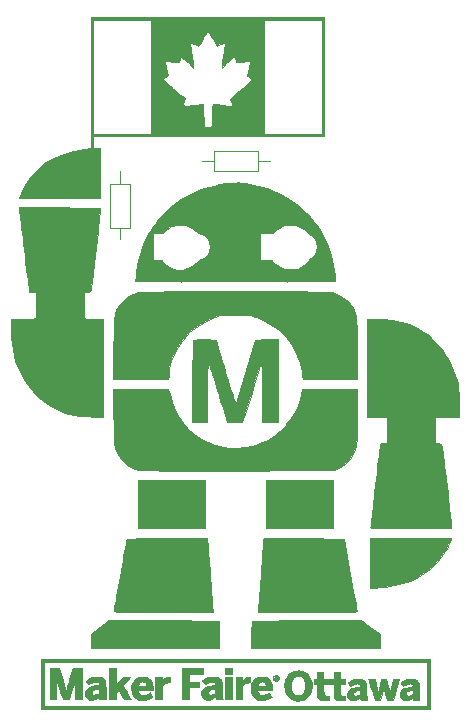
<source format=gto>
G04 #@! TF.FileFunction,Legend,Top*
%FSLAX46Y46*%
G04 Gerber Fmt 4.6, Leading zero omitted, Abs format (unit mm)*
G04 Created by KiCad (PCBNEW 4.0.7) date 09/06/18 00:21:24*
%MOMM*%
%LPD*%
G01*
G04 APERTURE LIST*
%ADD10C,0.100000*%
%ADD11C,0.120000*%
%ADD12C,0.010000*%
%ADD13R,2.200000X2.200000*%
%ADD14C,2.200000*%
%ADD15C,1.800000*%
%ADD16O,1.800000X1.800000*%
G04 APERTURE END LIST*
D10*
D11*
X166760000Y-64500462D02*
G75*
G03X161210000Y-62955170I-2990000J462D01*
G01*
X166760000Y-64499538D02*
G75*
G02X161210000Y-66044830I-2990000J-462D01*
G01*
X166270000Y-64500000D02*
G75*
G03X166270000Y-64500000I-2500000J0D01*
G01*
X161210000Y-62955000D02*
X161210000Y-66045000D01*
X175760000Y-64500462D02*
G75*
G03X170210000Y-62955170I-2990000J462D01*
G01*
X175760000Y-64499538D02*
G75*
G02X170210000Y-66044830I-2990000J-462D01*
G01*
X175270000Y-64500000D02*
G75*
G03X175270000Y-64500000I-2500000J0D01*
G01*
X170210000Y-62955000D02*
X170210000Y-66045000D01*
D12*
G36*
X162229255Y-96144397D02*
X166874167Y-96155166D01*
X166885430Y-97308750D01*
X166896694Y-98462333D01*
X156013277Y-98462333D01*
X156025055Y-97884331D01*
X156036833Y-97306330D01*
X156810588Y-96719978D01*
X157584344Y-96133627D01*
X162229255Y-96144397D01*
X162229255Y-96144397D01*
G37*
X162229255Y-96144397D02*
X166874167Y-96155166D01*
X166885430Y-97308750D01*
X166896694Y-98462333D01*
X156013277Y-98462333D01*
X156025055Y-97884331D01*
X156036833Y-97306330D01*
X156810588Y-96719978D01*
X157584344Y-96133627D01*
X162229255Y-96144397D01*
G36*
X179690367Y-96716124D02*
X180463167Y-97298621D01*
X180474944Y-97880477D01*
X180486722Y-98462333D01*
X169603306Y-98462333D01*
X169614569Y-97308750D01*
X169625833Y-96155166D01*
X174271701Y-96144396D01*
X178917568Y-96133627D01*
X179690367Y-96716124D01*
X179690367Y-96716124D01*
G37*
X179690367Y-96716124D02*
X180463167Y-97298621D01*
X180474944Y-97880477D01*
X180486722Y-98462333D01*
X169603306Y-98462333D01*
X169614569Y-97308750D01*
X169625833Y-96155166D01*
X174271701Y-96144396D01*
X178917568Y-96133627D01*
X179690367Y-96716124D01*
G36*
X165888377Y-89445333D02*
X165897006Y-89538710D01*
X165910907Y-89707838D01*
X165929424Y-89944008D01*
X165951904Y-90238512D01*
X165977692Y-90582641D01*
X166006133Y-90967687D01*
X166036573Y-91384941D01*
X166068357Y-91825695D01*
X166088835Y-92112333D01*
X166128917Y-92674935D01*
X166163560Y-93159743D01*
X166193275Y-93573421D01*
X166218572Y-93922632D01*
X166239960Y-94214040D01*
X166257950Y-94454308D01*
X166273052Y-94650099D01*
X166285777Y-94808078D01*
X166296634Y-94934907D01*
X166306134Y-95037251D01*
X166314786Y-95121772D01*
X166323102Y-95195135D01*
X166327875Y-95234416D01*
X166350188Y-95414333D01*
X162156594Y-95414333D01*
X161442266Y-95414136D01*
X160808452Y-95413509D01*
X160250998Y-95412401D01*
X159765753Y-95410759D01*
X159348563Y-95408530D01*
X158995276Y-95405662D01*
X158701739Y-95402103D01*
X158463800Y-95397801D01*
X158277307Y-95392702D01*
X158138106Y-95386755D01*
X158042045Y-95379907D01*
X157984971Y-95372106D01*
X157962733Y-95363299D01*
X157962100Y-95361416D01*
X157969121Y-95306933D01*
X157989729Y-95178080D01*
X158022492Y-94982850D01*
X158065982Y-94729234D01*
X158118767Y-94425224D01*
X158179417Y-94078813D01*
X158246502Y-93697992D01*
X158318592Y-93290754D01*
X158394255Y-92865090D01*
X158472063Y-92428992D01*
X158550584Y-91990453D01*
X158628389Y-91557465D01*
X158704046Y-91138019D01*
X158776125Y-90740108D01*
X158843197Y-90371723D01*
X158903831Y-90040857D01*
X158956597Y-89755501D01*
X159000063Y-89523648D01*
X159032801Y-89353290D01*
X159053379Y-89252418D01*
X159059936Y-89227209D01*
X159105159Y-89222725D01*
X159228650Y-89218106D01*
X159424009Y-89213432D01*
X159684838Y-89208781D01*
X160004738Y-89204233D01*
X160377311Y-89199867D01*
X160796157Y-89195763D01*
X161254877Y-89192001D01*
X161747073Y-89188659D01*
X162266347Y-89185817D01*
X162471500Y-89184875D01*
X165858167Y-89170166D01*
X165888377Y-89445333D01*
X165888377Y-89445333D01*
G37*
X165888377Y-89445333D02*
X165897006Y-89538710D01*
X165910907Y-89707838D01*
X165929424Y-89944008D01*
X165951904Y-90238512D01*
X165977692Y-90582641D01*
X166006133Y-90967687D01*
X166036573Y-91384941D01*
X166068357Y-91825695D01*
X166088835Y-92112333D01*
X166128917Y-92674935D01*
X166163560Y-93159743D01*
X166193275Y-93573421D01*
X166218572Y-93922632D01*
X166239960Y-94214040D01*
X166257950Y-94454308D01*
X166273052Y-94650099D01*
X166285777Y-94808078D01*
X166296634Y-94934907D01*
X166306134Y-95037251D01*
X166314786Y-95121772D01*
X166323102Y-95195135D01*
X166327875Y-95234416D01*
X166350188Y-95414333D01*
X162156594Y-95414333D01*
X161442266Y-95414136D01*
X160808452Y-95413509D01*
X160250998Y-95412401D01*
X159765753Y-95410759D01*
X159348563Y-95408530D01*
X158995276Y-95405662D01*
X158701739Y-95402103D01*
X158463800Y-95397801D01*
X158277307Y-95392702D01*
X158138106Y-95386755D01*
X158042045Y-95379907D01*
X157984971Y-95372106D01*
X157962733Y-95363299D01*
X157962100Y-95361416D01*
X157969121Y-95306933D01*
X157989729Y-95178080D01*
X158022492Y-94982850D01*
X158065982Y-94729234D01*
X158118767Y-94425224D01*
X158179417Y-94078813D01*
X158246502Y-93697992D01*
X158318592Y-93290754D01*
X158394255Y-92865090D01*
X158472063Y-92428992D01*
X158550584Y-91990453D01*
X158628389Y-91557465D01*
X158704046Y-91138019D01*
X158776125Y-90740108D01*
X158843197Y-90371723D01*
X158903831Y-90040857D01*
X158956597Y-89755501D01*
X159000063Y-89523648D01*
X159032801Y-89353290D01*
X159053379Y-89252418D01*
X159059936Y-89227209D01*
X159105159Y-89222725D01*
X159228650Y-89218106D01*
X159424009Y-89213432D01*
X159684838Y-89208781D01*
X160004738Y-89204233D01*
X160377311Y-89199867D01*
X160796157Y-89195763D01*
X161254877Y-89192001D01*
X161747073Y-89188659D01*
X162266347Y-89185817D01*
X162471500Y-89184875D01*
X165858167Y-89170166D01*
X165888377Y-89445333D01*
G36*
X171976073Y-89177812D02*
X172395197Y-89178805D01*
X172854120Y-89180556D01*
X173346432Y-89183065D01*
X173865724Y-89186331D01*
X174068108Y-89187766D01*
X177452050Y-89212500D01*
X177993868Y-92239333D01*
X178082533Y-92735604D01*
X178166701Y-93208547D01*
X178245189Y-93651404D01*
X178316815Y-94057413D01*
X178380396Y-94419815D01*
X178434750Y-94731851D01*
X178478694Y-94986762D01*
X178511045Y-95177787D01*
X178530622Y-95298166D01*
X178536343Y-95340250D01*
X178533059Y-95352428D01*
X178519721Y-95363198D01*
X178491447Y-95372645D01*
X178443352Y-95380856D01*
X178370552Y-95387916D01*
X178268164Y-95393912D01*
X178131305Y-95398930D01*
X177955089Y-95403057D01*
X177734634Y-95406378D01*
X177465055Y-95408981D01*
X177141469Y-95410950D01*
X176758993Y-95412374D01*
X176312742Y-95413337D01*
X175797832Y-95413927D01*
X175209380Y-95414228D01*
X174542502Y-95414329D01*
X174342636Y-95414333D01*
X170148273Y-95414333D01*
X170172328Y-95297916D01*
X170179950Y-95233614D01*
X170192664Y-95093425D01*
X170209809Y-94885932D01*
X170230726Y-94619718D01*
X170254755Y-94303369D01*
X170281234Y-93945467D01*
X170309504Y-93554595D01*
X170338904Y-93139339D01*
X170344114Y-93064833D01*
X170393077Y-92366562D01*
X170436890Y-91749023D01*
X170475855Y-91208460D01*
X170510275Y-90741114D01*
X170540450Y-90343228D01*
X170566685Y-90011043D01*
X170589280Y-89740802D01*
X170608539Y-89528746D01*
X170624763Y-89371118D01*
X170638256Y-89264161D01*
X170649319Y-89204115D01*
X170656011Y-89187766D01*
X170701751Y-89184212D01*
X170825744Y-89181417D01*
X171021582Y-89179379D01*
X171282856Y-89178099D01*
X171603156Y-89177577D01*
X171976073Y-89177812D01*
X171976073Y-89177812D01*
G37*
X171976073Y-89177812D02*
X172395197Y-89178805D01*
X172854120Y-89180556D01*
X173346432Y-89183065D01*
X173865724Y-89186331D01*
X174068108Y-89187766D01*
X177452050Y-89212500D01*
X177993868Y-92239333D01*
X178082533Y-92735604D01*
X178166701Y-93208547D01*
X178245189Y-93651404D01*
X178316815Y-94057413D01*
X178380396Y-94419815D01*
X178434750Y-94731851D01*
X178478694Y-94986762D01*
X178511045Y-95177787D01*
X178530622Y-95298166D01*
X178536343Y-95340250D01*
X178533059Y-95352428D01*
X178519721Y-95363198D01*
X178491447Y-95372645D01*
X178443352Y-95380856D01*
X178370552Y-95387916D01*
X178268164Y-95393912D01*
X178131305Y-95398930D01*
X177955089Y-95403057D01*
X177734634Y-95406378D01*
X177465055Y-95408981D01*
X177141469Y-95410950D01*
X176758993Y-95412374D01*
X176312742Y-95413337D01*
X175797832Y-95413927D01*
X175209380Y-95414228D01*
X174542502Y-95414329D01*
X174342636Y-95414333D01*
X170148273Y-95414333D01*
X170172328Y-95297916D01*
X170179950Y-95233614D01*
X170192664Y-95093425D01*
X170209809Y-94885932D01*
X170230726Y-94619718D01*
X170254755Y-94303369D01*
X170281234Y-93945467D01*
X170309504Y-93554595D01*
X170338904Y-93139339D01*
X170344114Y-93064833D01*
X170393077Y-92366562D01*
X170436890Y-91749023D01*
X170475855Y-91208460D01*
X170510275Y-90741114D01*
X170540450Y-90343228D01*
X170566685Y-90011043D01*
X170589280Y-89740802D01*
X170608539Y-89528746D01*
X170624763Y-89371118D01*
X170638256Y-89264161D01*
X170649319Y-89204115D01*
X170656011Y-89187766D01*
X170701751Y-89184212D01*
X170825744Y-89181417D01*
X171021582Y-89179379D01*
X171282856Y-89178099D01*
X171603156Y-89177577D01*
X171976073Y-89177812D01*
G36*
X186514961Y-89244250D02*
X186458705Y-89399777D01*
X186371333Y-89605092D01*
X186263820Y-89836521D01*
X186147138Y-90070387D01*
X186039159Y-90270833D01*
X185696252Y-90794080D01*
X185282450Y-91279317D01*
X184804326Y-91722689D01*
X184268456Y-92120343D01*
X183681414Y-92468424D01*
X183049775Y-92763079D01*
X182380114Y-93000453D01*
X181679005Y-93176693D01*
X180953024Y-93287945D01*
X180879290Y-93295350D01*
X180637870Y-93317333D01*
X180369400Y-93340082D01*
X180123380Y-93359437D01*
X180071583Y-93363230D01*
X179680000Y-93391321D01*
X179680000Y-89149000D01*
X186543705Y-89149000D01*
X186514961Y-89244250D01*
X186514961Y-89244250D01*
G37*
X186514961Y-89244250D02*
X186458705Y-89399777D01*
X186371333Y-89605092D01*
X186263820Y-89836521D01*
X186147138Y-90070387D01*
X186039159Y-90270833D01*
X185696252Y-90794080D01*
X185282450Y-91279317D01*
X184804326Y-91722689D01*
X184268456Y-92120343D01*
X183681414Y-92468424D01*
X183049775Y-92763079D01*
X182380114Y-93000453D01*
X181679005Y-93176693D01*
X180953024Y-93287945D01*
X180879290Y-93295350D01*
X180637870Y-93317333D01*
X180369400Y-93340082D01*
X180123380Y-93359437D01*
X180071583Y-93363230D01*
X179680000Y-93391321D01*
X179680000Y-89149000D01*
X186543705Y-89149000D01*
X186514961Y-89244250D01*
G36*
X165667667Y-88344666D02*
X159995000Y-88344666D01*
X159995000Y-84280666D01*
X165667667Y-84280666D01*
X165667667Y-88344666D01*
X165667667Y-88344666D01*
G37*
X165667667Y-88344666D02*
X159995000Y-88344666D01*
X159995000Y-84280666D01*
X165667667Y-84280666D01*
X165667667Y-88344666D01*
G36*
X176505000Y-88344666D02*
X170832333Y-88344666D01*
X170832333Y-84280666D01*
X176505000Y-84280666D01*
X176505000Y-88344666D01*
X176505000Y-88344666D01*
G37*
X176505000Y-88344666D02*
X170832333Y-88344666D01*
X170832333Y-84280666D01*
X176505000Y-84280666D01*
X176505000Y-88344666D01*
G36*
X179944583Y-70607362D02*
X180778076Y-70635157D01*
X181549549Y-70717898D01*
X182262105Y-70856428D01*
X182918850Y-71051588D01*
X183522889Y-71304223D01*
X184077327Y-71615176D01*
X184352552Y-71804223D01*
X184613800Y-72014010D01*
X184901254Y-72275147D01*
X185195442Y-72567696D01*
X185476890Y-72871720D01*
X185726123Y-73167283D01*
X185871842Y-73359657D01*
X186102051Y-73710814D01*
X186322550Y-74101281D01*
X186527711Y-74516667D01*
X186711906Y-74942580D01*
X186869508Y-75364630D01*
X186994889Y-75768424D01*
X187082421Y-76139571D01*
X187126477Y-76463680D01*
X187130667Y-76578767D01*
X187138376Y-76698600D01*
X187158064Y-76774163D01*
X187173000Y-76787666D01*
X187187298Y-76829376D01*
X187198818Y-76952093D01*
X187207417Y-77152200D01*
X187212948Y-77426077D01*
X187215267Y-77770107D01*
X187215333Y-77846000D01*
X187215333Y-78904333D01*
X186336917Y-78904799D01*
X186061836Y-78906192D01*
X185806037Y-78909808D01*
X185585142Y-78915244D01*
X185414773Y-78922097D01*
X185310552Y-78929966D01*
X185299750Y-78931504D01*
X185141000Y-78957744D01*
X185141000Y-80027176D01*
X185140744Y-80364418D01*
X185141750Y-80626452D01*
X185146680Y-80822724D01*
X185158195Y-80962683D01*
X185178957Y-81055774D01*
X185211627Y-81111445D01*
X185258868Y-81139143D01*
X185323340Y-81148314D01*
X185407706Y-81148406D01*
X185456779Y-81148000D01*
X185592732Y-81162753D01*
X185681758Y-81201485D01*
X185689718Y-81209553D01*
X185704208Y-81262733D01*
X185727268Y-81394640D01*
X185758181Y-81599844D01*
X185796228Y-81872916D01*
X185840689Y-82208428D01*
X185890847Y-82600950D01*
X185945983Y-83045053D01*
X186005378Y-83535307D01*
X186068314Y-84066285D01*
X186072126Y-84098803D01*
X186152347Y-84783243D01*
X186223281Y-85388488D01*
X186285419Y-85919439D01*
X186339252Y-86381002D01*
X186385273Y-86778079D01*
X186423970Y-87115575D01*
X186455836Y-87398393D01*
X186481362Y-87631437D01*
X186501039Y-87819611D01*
X186515358Y-87967819D01*
X186524810Y-88080963D01*
X186529885Y-88163949D01*
X186531076Y-88221679D01*
X186528874Y-88259057D01*
X186523768Y-88280988D01*
X186516251Y-88292375D01*
X186506814Y-88298121D01*
X186495947Y-88303130D01*
X186493325Y-88304676D01*
X186443708Y-88309922D01*
X186317280Y-88314781D01*
X186121896Y-88319240D01*
X185865409Y-88323287D01*
X185555675Y-88326909D01*
X185200548Y-88330095D01*
X184807883Y-88332832D01*
X184385535Y-88335108D01*
X183941357Y-88336912D01*
X183483205Y-88338231D01*
X183018934Y-88339052D01*
X182556397Y-88339365D01*
X182103450Y-88339156D01*
X181667947Y-88338414D01*
X181257742Y-88337126D01*
X180880691Y-88335280D01*
X180544648Y-88332864D01*
X180257467Y-88329867D01*
X180027004Y-88326275D01*
X179861112Y-88322077D01*
X179767647Y-88317261D01*
X179752015Y-88315086D01*
X179704772Y-88287885D01*
X179690587Y-88224303D01*
X179700388Y-88118914D01*
X179709606Y-88045594D01*
X179727727Y-87894939D01*
X179753962Y-87673724D01*
X179787523Y-87388723D01*
X179827620Y-87046712D01*
X179873464Y-86654465D01*
X179924268Y-86218756D01*
X179979242Y-85746362D01*
X180037597Y-85244057D01*
X180098544Y-84718615D01*
X180161296Y-84176812D01*
X180225062Y-83625422D01*
X180289055Y-83071221D01*
X180352484Y-82520983D01*
X180381398Y-82269833D01*
X180414465Y-81993038D01*
X180446937Y-81740397D01*
X180476879Y-81525535D01*
X180502356Y-81362080D01*
X180521431Y-81263659D01*
X180526890Y-81245419D01*
X180562652Y-81190670D01*
X180628118Y-81159578D01*
X180746324Y-81143549D01*
X180810521Y-81139585D01*
X181055833Y-81126833D01*
X181078407Y-78957531D01*
X180945412Y-78930932D01*
X180858350Y-78921865D01*
X180704445Y-78914125D01*
X180501515Y-78908287D01*
X180267380Y-78904924D01*
X180119208Y-78904333D01*
X179426000Y-78904333D01*
X179426000Y-70607000D01*
X179944583Y-70607362D01*
X179944583Y-70607362D01*
G37*
X179944583Y-70607362D02*
X180778076Y-70635157D01*
X181549549Y-70717898D01*
X182262105Y-70856428D01*
X182918850Y-71051588D01*
X183522889Y-71304223D01*
X184077327Y-71615176D01*
X184352552Y-71804223D01*
X184613800Y-72014010D01*
X184901254Y-72275147D01*
X185195442Y-72567696D01*
X185476890Y-72871720D01*
X185726123Y-73167283D01*
X185871842Y-73359657D01*
X186102051Y-73710814D01*
X186322550Y-74101281D01*
X186527711Y-74516667D01*
X186711906Y-74942580D01*
X186869508Y-75364630D01*
X186994889Y-75768424D01*
X187082421Y-76139571D01*
X187126477Y-76463680D01*
X187130667Y-76578767D01*
X187138376Y-76698600D01*
X187158064Y-76774163D01*
X187173000Y-76787666D01*
X187187298Y-76829376D01*
X187198818Y-76952093D01*
X187207417Y-77152200D01*
X187212948Y-77426077D01*
X187215267Y-77770107D01*
X187215333Y-77846000D01*
X187215333Y-78904333D01*
X186336917Y-78904799D01*
X186061836Y-78906192D01*
X185806037Y-78909808D01*
X185585142Y-78915244D01*
X185414773Y-78922097D01*
X185310552Y-78929966D01*
X185299750Y-78931504D01*
X185141000Y-78957744D01*
X185141000Y-80027176D01*
X185140744Y-80364418D01*
X185141750Y-80626452D01*
X185146680Y-80822724D01*
X185158195Y-80962683D01*
X185178957Y-81055774D01*
X185211627Y-81111445D01*
X185258868Y-81139143D01*
X185323340Y-81148314D01*
X185407706Y-81148406D01*
X185456779Y-81148000D01*
X185592732Y-81162753D01*
X185681758Y-81201485D01*
X185689718Y-81209553D01*
X185704208Y-81262733D01*
X185727268Y-81394640D01*
X185758181Y-81599844D01*
X185796228Y-81872916D01*
X185840689Y-82208428D01*
X185890847Y-82600950D01*
X185945983Y-83045053D01*
X186005378Y-83535307D01*
X186068314Y-84066285D01*
X186072126Y-84098803D01*
X186152347Y-84783243D01*
X186223281Y-85388488D01*
X186285419Y-85919439D01*
X186339252Y-86381002D01*
X186385273Y-86778079D01*
X186423970Y-87115575D01*
X186455836Y-87398393D01*
X186481362Y-87631437D01*
X186501039Y-87819611D01*
X186515358Y-87967819D01*
X186524810Y-88080963D01*
X186529885Y-88163949D01*
X186531076Y-88221679D01*
X186528874Y-88259057D01*
X186523768Y-88280988D01*
X186516251Y-88292375D01*
X186506814Y-88298121D01*
X186495947Y-88303130D01*
X186493325Y-88304676D01*
X186443708Y-88309922D01*
X186317280Y-88314781D01*
X186121896Y-88319240D01*
X185865409Y-88323287D01*
X185555675Y-88326909D01*
X185200548Y-88330095D01*
X184807883Y-88332832D01*
X184385535Y-88335108D01*
X183941357Y-88336912D01*
X183483205Y-88338231D01*
X183018934Y-88339052D01*
X182556397Y-88339365D01*
X182103450Y-88339156D01*
X181667947Y-88338414D01*
X181257742Y-88337126D01*
X180880691Y-88335280D01*
X180544648Y-88332864D01*
X180257467Y-88329867D01*
X180027004Y-88326275D01*
X179861112Y-88322077D01*
X179767647Y-88317261D01*
X179752015Y-88315086D01*
X179704772Y-88287885D01*
X179690587Y-88224303D01*
X179700388Y-88118914D01*
X179709606Y-88045594D01*
X179727727Y-87894939D01*
X179753962Y-87673724D01*
X179787523Y-87388723D01*
X179827620Y-87046712D01*
X179873464Y-86654465D01*
X179924268Y-86218756D01*
X179979242Y-85746362D01*
X180037597Y-85244057D01*
X180098544Y-84718615D01*
X180161296Y-84176812D01*
X180225062Y-83625422D01*
X180289055Y-83071221D01*
X180352484Y-82520983D01*
X180381398Y-82269833D01*
X180414465Y-81993038D01*
X180446937Y-81740397D01*
X180476879Y-81525535D01*
X180502356Y-81362080D01*
X180521431Y-81263659D01*
X180526890Y-81245419D01*
X180562652Y-81190670D01*
X180628118Y-81159578D01*
X180746324Y-81143549D01*
X180810521Y-81139585D01*
X181055833Y-81126833D01*
X181078407Y-78957531D01*
X180945412Y-78930932D01*
X180858350Y-78921865D01*
X180704445Y-78914125D01*
X180501515Y-78908287D01*
X180267380Y-78904924D01*
X180119208Y-78904333D01*
X179426000Y-78904333D01*
X179426000Y-70607000D01*
X179944583Y-70607362D01*
G36*
X162592209Y-76554833D02*
X162687381Y-76999333D01*
X162874481Y-77683772D01*
X163133528Y-78323807D01*
X163465374Y-78921015D01*
X163870872Y-79476971D01*
X164258318Y-79902557D01*
X164777181Y-80363628D01*
X165337189Y-80750890D01*
X165936573Y-81063521D01*
X166573564Y-81300695D01*
X167246392Y-81461591D01*
X167754582Y-81529980D01*
X168430848Y-81551528D01*
X169099385Y-81492070D01*
X169752793Y-81354643D01*
X170383675Y-81142285D01*
X170984634Y-80858032D01*
X171548271Y-80504921D01*
X172067188Y-80085991D01*
X172533987Y-79604278D01*
X172581055Y-79548524D01*
X172977386Y-79025846D01*
X173296998Y-78497683D01*
X173547284Y-77948894D01*
X173735640Y-77364340D01*
X173815846Y-77020500D01*
X173911365Y-76554833D01*
X178579333Y-76532949D01*
X178576714Y-77919724D01*
X178574817Y-78317852D01*
X178570778Y-78745199D01*
X178564946Y-79179371D01*
X178557670Y-79597967D01*
X178549295Y-79978591D01*
X178540172Y-80298846D01*
X178539376Y-80322500D01*
X178527908Y-80645270D01*
X178517287Y-80896727D01*
X178505984Y-81090189D01*
X178492474Y-81238976D01*
X178475228Y-81356407D01*
X178452720Y-81455803D01*
X178423422Y-81550482D01*
X178387138Y-81650233D01*
X178192357Y-82068102D01*
X177942768Y-82444108D01*
X177647232Y-82770305D01*
X177314615Y-83038745D01*
X176953777Y-83241481D01*
X176573582Y-83370566D01*
X176439552Y-83396568D01*
X176365420Y-83401618D01*
X176211877Y-83406541D01*
X175984178Y-83411323D01*
X175687580Y-83415951D01*
X175327337Y-83420412D01*
X174908704Y-83424693D01*
X174436938Y-83428781D01*
X173917294Y-83432662D01*
X173355026Y-83436324D01*
X172755392Y-83439753D01*
X172123646Y-83442936D01*
X171465043Y-83445860D01*
X170784840Y-83448512D01*
X170088291Y-83450879D01*
X169380653Y-83452947D01*
X168667180Y-83454703D01*
X167953128Y-83456135D01*
X167243753Y-83457229D01*
X166544310Y-83457972D01*
X165860055Y-83458350D01*
X165196242Y-83458351D01*
X164558128Y-83457962D01*
X163950968Y-83457169D01*
X163380018Y-83455959D01*
X162850532Y-83454320D01*
X162367767Y-83452237D01*
X161936978Y-83449698D01*
X161563420Y-83446690D01*
X161252349Y-83443199D01*
X161009020Y-83439212D01*
X160862833Y-83435535D01*
X160551408Y-83424518D01*
X160310557Y-83412988D01*
X160126194Y-83399465D01*
X159984231Y-83382466D01*
X159870582Y-83360511D01*
X159771160Y-83332119D01*
X159724523Y-83315830D01*
X159343832Y-83134404D01*
X158985459Y-82882426D01*
X158664533Y-82573707D01*
X158396180Y-82222056D01*
X158256430Y-81975624D01*
X158197022Y-81852712D01*
X158146256Y-81738504D01*
X158103354Y-81625292D01*
X158067541Y-81505367D01*
X158038038Y-81371022D01*
X158014069Y-81214548D01*
X157994859Y-81028237D01*
X157979629Y-80804382D01*
X157967604Y-80535274D01*
X157958007Y-80213204D01*
X157950061Y-79830465D01*
X157942989Y-79379349D01*
X157936015Y-78852148D01*
X157935200Y-78787555D01*
X157906827Y-76532943D01*
X162592209Y-76554833D01*
X162592209Y-76554833D01*
G37*
X162592209Y-76554833D02*
X162687381Y-76999333D01*
X162874481Y-77683772D01*
X163133528Y-78323807D01*
X163465374Y-78921015D01*
X163870872Y-79476971D01*
X164258318Y-79902557D01*
X164777181Y-80363628D01*
X165337189Y-80750890D01*
X165936573Y-81063521D01*
X166573564Y-81300695D01*
X167246392Y-81461591D01*
X167754582Y-81529980D01*
X168430848Y-81551528D01*
X169099385Y-81492070D01*
X169752793Y-81354643D01*
X170383675Y-81142285D01*
X170984634Y-80858032D01*
X171548271Y-80504921D01*
X172067188Y-80085991D01*
X172533987Y-79604278D01*
X172581055Y-79548524D01*
X172977386Y-79025846D01*
X173296998Y-78497683D01*
X173547284Y-77948894D01*
X173735640Y-77364340D01*
X173815846Y-77020500D01*
X173911365Y-76554833D01*
X178579333Y-76532949D01*
X178576714Y-77919724D01*
X178574817Y-78317852D01*
X178570778Y-78745199D01*
X178564946Y-79179371D01*
X178557670Y-79597967D01*
X178549295Y-79978591D01*
X178540172Y-80298846D01*
X178539376Y-80322500D01*
X178527908Y-80645270D01*
X178517287Y-80896727D01*
X178505984Y-81090189D01*
X178492474Y-81238976D01*
X178475228Y-81356407D01*
X178452720Y-81455803D01*
X178423422Y-81550482D01*
X178387138Y-81650233D01*
X178192357Y-82068102D01*
X177942768Y-82444108D01*
X177647232Y-82770305D01*
X177314615Y-83038745D01*
X176953777Y-83241481D01*
X176573582Y-83370566D01*
X176439552Y-83396568D01*
X176365420Y-83401618D01*
X176211877Y-83406541D01*
X175984178Y-83411323D01*
X175687580Y-83415951D01*
X175327337Y-83420412D01*
X174908704Y-83424693D01*
X174436938Y-83428781D01*
X173917294Y-83432662D01*
X173355026Y-83436324D01*
X172755392Y-83439753D01*
X172123646Y-83442936D01*
X171465043Y-83445860D01*
X170784840Y-83448512D01*
X170088291Y-83450879D01*
X169380653Y-83452947D01*
X168667180Y-83454703D01*
X167953128Y-83456135D01*
X167243753Y-83457229D01*
X166544310Y-83457972D01*
X165860055Y-83458350D01*
X165196242Y-83458351D01*
X164558128Y-83457962D01*
X163950968Y-83457169D01*
X163380018Y-83455959D01*
X162850532Y-83454320D01*
X162367767Y-83452237D01*
X161936978Y-83449698D01*
X161563420Y-83446690D01*
X161252349Y-83443199D01*
X161009020Y-83439212D01*
X160862833Y-83435535D01*
X160551408Y-83424518D01*
X160310557Y-83412988D01*
X160126194Y-83399465D01*
X159984231Y-83382466D01*
X159870582Y-83360511D01*
X159771160Y-83332119D01*
X159724523Y-83315830D01*
X159343832Y-83134404D01*
X158985459Y-82882426D01*
X158664533Y-82573707D01*
X158396180Y-82222056D01*
X158256430Y-81975624D01*
X158197022Y-81852712D01*
X158146256Y-81738504D01*
X158103354Y-81625292D01*
X158067541Y-81505367D01*
X158038038Y-81371022D01*
X158014069Y-81214548D01*
X157994859Y-81028237D01*
X157979629Y-80804382D01*
X157967604Y-80535274D01*
X157958007Y-80213204D01*
X157950061Y-79830465D01*
X157942989Y-79379349D01*
X157936015Y-78852148D01*
X157935200Y-78787555D01*
X157906827Y-76532943D01*
X162592209Y-76554833D01*
G36*
X171890667Y-79370000D02*
X170549226Y-79370000D01*
X170524655Y-77009916D01*
X170519557Y-76568852D01*
X170513759Y-76151907D01*
X170507438Y-75767001D01*
X170500770Y-75422053D01*
X170493932Y-75124986D01*
X170487100Y-74883717D01*
X170480452Y-74706169D01*
X170474162Y-74600262D01*
X170470382Y-74573671D01*
X170417091Y-74516188D01*
X170375628Y-74510171D01*
X170338925Y-74548107D01*
X170292996Y-74652674D01*
X170235971Y-74829114D01*
X170165979Y-75082668D01*
X170151919Y-75136666D01*
X170088803Y-75376600D01*
X170023030Y-75617119D01*
X169951551Y-75868247D01*
X169871319Y-76140006D01*
X169779285Y-76442418D01*
X169672401Y-76785508D01*
X169547618Y-77179297D01*
X169401888Y-77633809D01*
X169241013Y-78131750D01*
X168839888Y-79370000D01*
X167576652Y-79370000D01*
X167175236Y-78131750D01*
X166994656Y-77572957D01*
X166838868Y-77086866D01*
X166705565Y-76665966D01*
X166592442Y-76302746D01*
X166497191Y-75989694D01*
X166417507Y-75719299D01*
X166351083Y-75484051D01*
X166295612Y-75276439D01*
X166281352Y-75220750D01*
X166207140Y-74941562D01*
X166144418Y-74737913D01*
X166090037Y-74601950D01*
X166040846Y-74525821D01*
X165993695Y-74501673D01*
X165992866Y-74501666D01*
X165944108Y-74540966D01*
X165908896Y-74646904D01*
X165906505Y-74660416D01*
X165901499Y-74732329D01*
X165896789Y-74880443D01*
X165892468Y-75096291D01*
X165888628Y-75371407D01*
X165885362Y-75697326D01*
X165882764Y-76065581D01*
X165880925Y-76467707D01*
X165879940Y-76895237D01*
X165879799Y-77094583D01*
X165879333Y-79370000D01*
X164608844Y-79370000D01*
X164619672Y-75866916D01*
X164630500Y-72363833D01*
X165307833Y-72350700D01*
X165567146Y-72347773D01*
X165823057Y-72348589D01*
X166051789Y-72352823D01*
X166229561Y-72360150D01*
X166282851Y-72364030D01*
X166580535Y-72390493D01*
X166849462Y-73287330D01*
X166936144Y-73574757D01*
X167035711Y-73902107D01*
X167145188Y-74259825D01*
X167261597Y-74638357D01*
X167381963Y-75028150D01*
X167503311Y-75419649D01*
X167622665Y-75803301D01*
X167737048Y-76169551D01*
X167843485Y-76508846D01*
X167938999Y-76811631D01*
X168020616Y-77068353D01*
X168085359Y-77269458D01*
X168130252Y-77405391D01*
X168147431Y-77454416D01*
X168212552Y-77584354D01*
X168280916Y-77630897D01*
X168354923Y-77595316D01*
X168374199Y-77574208D01*
X168394269Y-77523873D01*
X168435203Y-77399123D01*
X168494899Y-77207036D01*
X168571253Y-76954688D01*
X168662164Y-76649157D01*
X168765528Y-76297519D01*
X168879243Y-75906853D01*
X169001205Y-75484234D01*
X169129313Y-75036741D01*
X169157173Y-74938958D01*
X169890248Y-72363833D01*
X170890457Y-72352483D01*
X171890667Y-72341134D01*
X171890667Y-79370000D01*
X171890667Y-79370000D01*
G37*
X171890667Y-79370000D02*
X170549226Y-79370000D01*
X170524655Y-77009916D01*
X170519557Y-76568852D01*
X170513759Y-76151907D01*
X170507438Y-75767001D01*
X170500770Y-75422053D01*
X170493932Y-75124986D01*
X170487100Y-74883717D01*
X170480452Y-74706169D01*
X170474162Y-74600262D01*
X170470382Y-74573671D01*
X170417091Y-74516188D01*
X170375628Y-74510171D01*
X170338925Y-74548107D01*
X170292996Y-74652674D01*
X170235971Y-74829114D01*
X170165979Y-75082668D01*
X170151919Y-75136666D01*
X170088803Y-75376600D01*
X170023030Y-75617119D01*
X169951551Y-75868247D01*
X169871319Y-76140006D01*
X169779285Y-76442418D01*
X169672401Y-76785508D01*
X169547618Y-77179297D01*
X169401888Y-77633809D01*
X169241013Y-78131750D01*
X168839888Y-79370000D01*
X167576652Y-79370000D01*
X167175236Y-78131750D01*
X166994656Y-77572957D01*
X166838868Y-77086866D01*
X166705565Y-76665966D01*
X166592442Y-76302746D01*
X166497191Y-75989694D01*
X166417507Y-75719299D01*
X166351083Y-75484051D01*
X166295612Y-75276439D01*
X166281352Y-75220750D01*
X166207140Y-74941562D01*
X166144418Y-74737913D01*
X166090037Y-74601950D01*
X166040846Y-74525821D01*
X165993695Y-74501673D01*
X165992866Y-74501666D01*
X165944108Y-74540966D01*
X165908896Y-74646904D01*
X165906505Y-74660416D01*
X165901499Y-74732329D01*
X165896789Y-74880443D01*
X165892468Y-75096291D01*
X165888628Y-75371407D01*
X165885362Y-75697326D01*
X165882764Y-76065581D01*
X165880925Y-76467707D01*
X165879940Y-76895237D01*
X165879799Y-77094583D01*
X165879333Y-79370000D01*
X164608844Y-79370000D01*
X164619672Y-75866916D01*
X164630500Y-72363833D01*
X165307833Y-72350700D01*
X165567146Y-72347773D01*
X165823057Y-72348589D01*
X166051789Y-72352823D01*
X166229561Y-72360150D01*
X166282851Y-72364030D01*
X166580535Y-72390493D01*
X166849462Y-73287330D01*
X166936144Y-73574757D01*
X167035711Y-73902107D01*
X167145188Y-74259825D01*
X167261597Y-74638357D01*
X167381963Y-75028150D01*
X167503311Y-75419649D01*
X167622665Y-75803301D01*
X167737048Y-76169551D01*
X167843485Y-76508846D01*
X167938999Y-76811631D01*
X168020616Y-77068353D01*
X168085359Y-77269458D01*
X168130252Y-77405391D01*
X168147431Y-77454416D01*
X168212552Y-77584354D01*
X168280916Y-77630897D01*
X168354923Y-77595316D01*
X168374199Y-77574208D01*
X168394269Y-77523873D01*
X168435203Y-77399123D01*
X168494899Y-77207036D01*
X168571253Y-76954688D01*
X168662164Y-76649157D01*
X168765528Y-76297519D01*
X168879243Y-75906853D01*
X169001205Y-75484234D01*
X169129313Y-75036741D01*
X169157173Y-74938958D01*
X169890248Y-72363833D01*
X170890457Y-72352483D01*
X171890667Y-72341134D01*
X171890667Y-79370000D01*
G36*
X153353979Y-61176522D02*
X153884346Y-61178588D01*
X154390134Y-61181163D01*
X154864970Y-61184177D01*
X155302482Y-61187562D01*
X155696297Y-61191250D01*
X156040044Y-61195171D01*
X156327350Y-61199258D01*
X156551843Y-61203441D01*
X156707151Y-61207652D01*
X156786901Y-61211823D01*
X156796374Y-61213584D01*
X156797519Y-61261706D01*
X156788318Y-61392269D01*
X156768946Y-61603703D01*
X156739576Y-61894439D01*
X156700382Y-62262907D01*
X156651537Y-62707538D01*
X156593217Y-63226762D01*
X156525593Y-63819010D01*
X156448841Y-64482711D01*
X156363134Y-65216296D01*
X156268646Y-66018196D01*
X156205338Y-66552285D01*
X156162810Y-66911347D01*
X156123608Y-67244329D01*
X156088826Y-67541787D01*
X156059556Y-67794278D01*
X156036894Y-67992360D01*
X156021933Y-68126589D01*
X156015766Y-68187524D01*
X156015667Y-68189678D01*
X155976632Y-68276149D01*
X155867064Y-68335504D01*
X155698265Y-68362332D01*
X155652809Y-68363333D01*
X155423000Y-68363333D01*
X155423000Y-70552423D01*
X155708750Y-70579410D01*
X155867179Y-70590168D01*
X156080982Y-70598946D01*
X156320874Y-70604774D01*
X156534250Y-70606699D01*
X157074000Y-70607000D01*
X157074000Y-78904333D01*
X156640083Y-78897888D01*
X156420022Y-78892721D01*
X156151161Y-78883575D01*
X155869198Y-78871791D01*
X155634667Y-78860090D01*
X155097456Y-78816961D01*
X154618343Y-78747802D01*
X154173634Y-78648459D01*
X153817637Y-78541429D01*
X153142390Y-78273795D01*
X152516643Y-77938928D01*
X151939365Y-77535910D01*
X151409529Y-77063825D01*
X150926105Y-76521754D01*
X150488066Y-75908780D01*
X150094382Y-75223986D01*
X150090913Y-75217253D01*
X149840161Y-74682863D01*
X149639014Y-74154081D01*
X149491102Y-73643404D01*
X149400057Y-73163332D01*
X149369503Y-72734250D01*
X149362136Y-72610079D01*
X149343394Y-72529411D01*
X149327000Y-72512000D01*
X149312110Y-72470388D01*
X149300247Y-72348342D01*
X149291595Y-72150049D01*
X149286341Y-71879693D01*
X149284667Y-71559500D01*
X149284667Y-70607000D01*
X149993750Y-70606746D01*
X150263217Y-70604940D01*
X150533791Y-70600134D01*
X150780877Y-70592966D01*
X150979884Y-70584074D01*
X151052083Y-70579305D01*
X151401333Y-70552117D01*
X151401333Y-68363333D01*
X151136750Y-68362685D01*
X150989408Y-68357484D01*
X150873668Y-68344625D01*
X150821827Y-68330029D01*
X150805741Y-68280796D01*
X150781380Y-68149791D01*
X150749074Y-67939470D01*
X150709151Y-67652290D01*
X150661939Y-67290708D01*
X150607766Y-66857179D01*
X150546962Y-66354160D01*
X150479855Y-65784108D01*
X150469551Y-65695428D01*
X150412027Y-65200082D01*
X150354115Y-64702319D01*
X150297121Y-64213292D01*
X150242349Y-63744158D01*
X150191103Y-63306071D01*
X150144688Y-62910186D01*
X150104408Y-62567659D01*
X150071569Y-62289645D01*
X150052468Y-62129022D01*
X149937323Y-61165210D01*
X153353979Y-61176522D01*
X153353979Y-61176522D01*
G37*
X153353979Y-61176522D02*
X153884346Y-61178588D01*
X154390134Y-61181163D01*
X154864970Y-61184177D01*
X155302482Y-61187562D01*
X155696297Y-61191250D01*
X156040044Y-61195171D01*
X156327350Y-61199258D01*
X156551843Y-61203441D01*
X156707151Y-61207652D01*
X156786901Y-61211823D01*
X156796374Y-61213584D01*
X156797519Y-61261706D01*
X156788318Y-61392269D01*
X156768946Y-61603703D01*
X156739576Y-61894439D01*
X156700382Y-62262907D01*
X156651537Y-62707538D01*
X156593217Y-63226762D01*
X156525593Y-63819010D01*
X156448841Y-64482711D01*
X156363134Y-65216296D01*
X156268646Y-66018196D01*
X156205338Y-66552285D01*
X156162810Y-66911347D01*
X156123608Y-67244329D01*
X156088826Y-67541787D01*
X156059556Y-67794278D01*
X156036894Y-67992360D01*
X156021933Y-68126589D01*
X156015766Y-68187524D01*
X156015667Y-68189678D01*
X155976632Y-68276149D01*
X155867064Y-68335504D01*
X155698265Y-68362332D01*
X155652809Y-68363333D01*
X155423000Y-68363333D01*
X155423000Y-70552423D01*
X155708750Y-70579410D01*
X155867179Y-70590168D01*
X156080982Y-70598946D01*
X156320874Y-70604774D01*
X156534250Y-70606699D01*
X157074000Y-70607000D01*
X157074000Y-78904333D01*
X156640083Y-78897888D01*
X156420022Y-78892721D01*
X156151161Y-78883575D01*
X155869198Y-78871791D01*
X155634667Y-78860090D01*
X155097456Y-78816961D01*
X154618343Y-78747802D01*
X154173634Y-78648459D01*
X153817637Y-78541429D01*
X153142390Y-78273795D01*
X152516643Y-77938928D01*
X151939365Y-77535910D01*
X151409529Y-77063825D01*
X150926105Y-76521754D01*
X150488066Y-75908780D01*
X150094382Y-75223986D01*
X150090913Y-75217253D01*
X149840161Y-74682863D01*
X149639014Y-74154081D01*
X149491102Y-73643404D01*
X149400057Y-73163332D01*
X149369503Y-72734250D01*
X149362136Y-72610079D01*
X149343394Y-72529411D01*
X149327000Y-72512000D01*
X149312110Y-72470388D01*
X149300247Y-72348342D01*
X149291595Y-72150049D01*
X149286341Y-71879693D01*
X149284667Y-71559500D01*
X149284667Y-70607000D01*
X149993750Y-70606746D01*
X150263217Y-70604940D01*
X150533791Y-70600134D01*
X150780877Y-70592966D01*
X150979884Y-70584074D01*
X151052083Y-70579305D01*
X151401333Y-70552117D01*
X151401333Y-68363333D01*
X151136750Y-68362685D01*
X150989408Y-68357484D01*
X150873668Y-68344625D01*
X150821827Y-68330029D01*
X150805741Y-68280796D01*
X150781380Y-68149791D01*
X150749074Y-67939470D01*
X150709151Y-67652290D01*
X150661939Y-67290708D01*
X150607766Y-66857179D01*
X150546962Y-66354160D01*
X150479855Y-65784108D01*
X150469551Y-65695428D01*
X150412027Y-65200082D01*
X150354115Y-64702319D01*
X150297121Y-64213292D01*
X150242349Y-63744158D01*
X150191103Y-63306071D01*
X150144688Y-62910186D01*
X150104408Y-62567659D01*
X150071569Y-62289645D01*
X150052468Y-62129022D01*
X149937323Y-61165210D01*
X153353979Y-61176522D01*
G36*
X169105503Y-68271379D02*
X169968052Y-68272486D01*
X170797363Y-68274345D01*
X171576593Y-68276956D01*
X172288898Y-68280318D01*
X172324583Y-68280518D01*
X173002665Y-68284374D01*
X173601367Y-68287906D01*
X174125972Y-68291254D01*
X174581765Y-68294559D01*
X174974031Y-68297960D01*
X175308055Y-68301597D01*
X175589120Y-68305611D01*
X175822512Y-68310141D01*
X176013515Y-68315328D01*
X176167414Y-68321312D01*
X176289492Y-68328233D01*
X176385036Y-68336231D01*
X176459328Y-68345446D01*
X176517655Y-68356019D01*
X176565299Y-68368088D01*
X176607547Y-68381795D01*
X176643654Y-68395023D01*
X176999022Y-68546384D01*
X177300293Y-68719575D01*
X177578001Y-68933977D01*
X177758322Y-69102620D01*
X178059016Y-69447983D01*
X178279701Y-69810544D01*
X178424423Y-70197352D01*
X178451820Y-70310666D01*
X178472287Y-70449151D01*
X178491660Y-70664731D01*
X178509690Y-70949835D01*
X178526130Y-71296896D01*
X178540733Y-71698346D01*
X178553251Y-72146615D01*
X178563436Y-72634136D01*
X178571042Y-73153338D01*
X178575820Y-73696655D01*
X178577451Y-74152416D01*
X178579333Y-75687000D01*
X173966613Y-75687000D01*
X173947511Y-75591750D01*
X173934057Y-75512743D01*
X173912103Y-75370936D01*
X173884842Y-75187382D01*
X173859230Y-75009666D01*
X173724810Y-74359573D01*
X173512193Y-73733184D01*
X173226063Y-73136910D01*
X172871103Y-72577165D01*
X172452000Y-72060360D01*
X171973436Y-71592907D01*
X171440098Y-71181220D01*
X170856668Y-70831709D01*
X170777423Y-70791192D01*
X170548506Y-70681896D01*
X170298064Y-70571151D01*
X170062098Y-70474498D01*
X169930027Y-70425364D01*
X169541167Y-70289500D01*
X166958833Y-70289500D01*
X166514333Y-70452208D01*
X165899344Y-70707902D01*
X165347808Y-71004435D01*
X164844328Y-71351799D01*
X164373510Y-71759991D01*
X164145712Y-71989836D01*
X163702119Y-72505726D01*
X163338256Y-73035151D01*
X163049630Y-73588016D01*
X162831748Y-74174222D01*
X162680116Y-74803675D01*
X162597912Y-75401250D01*
X162570594Y-75687000D01*
X157920667Y-75687000D01*
X157922192Y-74088916D01*
X157924795Y-73422727D01*
X157931175Y-72804780D01*
X157941162Y-72239611D01*
X157954586Y-71731756D01*
X157971276Y-71285749D01*
X157991061Y-70906126D01*
X158013772Y-70597421D01*
X158039237Y-70364171D01*
X158067287Y-70210911D01*
X158067984Y-70208281D01*
X158184902Y-69875142D01*
X158354995Y-69567344D01*
X158589595Y-69266364D01*
X158744620Y-69102620D01*
X159016714Y-68855061D01*
X159292474Y-68660161D01*
X159601845Y-68498861D01*
X159856346Y-68395023D01*
X159898181Y-68379793D01*
X159940861Y-68366321D01*
X159989670Y-68354467D01*
X160049894Y-68344091D01*
X160126816Y-68335053D01*
X160225721Y-68327213D01*
X160351893Y-68320430D01*
X160510618Y-68314565D01*
X160707180Y-68309477D01*
X160946863Y-68305027D01*
X161234952Y-68301074D01*
X161576731Y-68297478D01*
X161977485Y-68294098D01*
X162442498Y-68290796D01*
X162977056Y-68287431D01*
X163586442Y-68283862D01*
X164175416Y-68280518D01*
X164883691Y-68277116D01*
X165659785Y-68274465D01*
X166486857Y-68272566D01*
X167348062Y-68271419D01*
X168226559Y-68271023D01*
X169105503Y-68271379D01*
X169105503Y-68271379D01*
G37*
X169105503Y-68271379D02*
X169968052Y-68272486D01*
X170797363Y-68274345D01*
X171576593Y-68276956D01*
X172288898Y-68280318D01*
X172324583Y-68280518D01*
X173002665Y-68284374D01*
X173601367Y-68287906D01*
X174125972Y-68291254D01*
X174581765Y-68294559D01*
X174974031Y-68297960D01*
X175308055Y-68301597D01*
X175589120Y-68305611D01*
X175822512Y-68310141D01*
X176013515Y-68315328D01*
X176167414Y-68321312D01*
X176289492Y-68328233D01*
X176385036Y-68336231D01*
X176459328Y-68345446D01*
X176517655Y-68356019D01*
X176565299Y-68368088D01*
X176607547Y-68381795D01*
X176643654Y-68395023D01*
X176999022Y-68546384D01*
X177300293Y-68719575D01*
X177578001Y-68933977D01*
X177758322Y-69102620D01*
X178059016Y-69447983D01*
X178279701Y-69810544D01*
X178424423Y-70197352D01*
X178451820Y-70310666D01*
X178472287Y-70449151D01*
X178491660Y-70664731D01*
X178509690Y-70949835D01*
X178526130Y-71296896D01*
X178540733Y-71698346D01*
X178553251Y-72146615D01*
X178563436Y-72634136D01*
X178571042Y-73153338D01*
X178575820Y-73696655D01*
X178577451Y-74152416D01*
X178579333Y-75687000D01*
X173966613Y-75687000D01*
X173947511Y-75591750D01*
X173934057Y-75512743D01*
X173912103Y-75370936D01*
X173884842Y-75187382D01*
X173859230Y-75009666D01*
X173724810Y-74359573D01*
X173512193Y-73733184D01*
X173226063Y-73136910D01*
X172871103Y-72577165D01*
X172452000Y-72060360D01*
X171973436Y-71592907D01*
X171440098Y-71181220D01*
X170856668Y-70831709D01*
X170777423Y-70791192D01*
X170548506Y-70681896D01*
X170298064Y-70571151D01*
X170062098Y-70474498D01*
X169930027Y-70425364D01*
X169541167Y-70289500D01*
X166958833Y-70289500D01*
X166514333Y-70452208D01*
X165899344Y-70707902D01*
X165347808Y-71004435D01*
X164844328Y-71351799D01*
X164373510Y-71759991D01*
X164145712Y-71989836D01*
X163702119Y-72505726D01*
X163338256Y-73035151D01*
X163049630Y-73588016D01*
X162831748Y-74174222D01*
X162680116Y-74803675D01*
X162597912Y-75401250D01*
X162570594Y-75687000D01*
X157920667Y-75687000D01*
X157922192Y-74088916D01*
X157924795Y-73422727D01*
X157931175Y-72804780D01*
X157941162Y-72239611D01*
X157954586Y-71731756D01*
X157971276Y-71285749D01*
X157991061Y-70906126D01*
X158013772Y-70597421D01*
X158039237Y-70364171D01*
X158067287Y-70210911D01*
X158067984Y-70208281D01*
X158184902Y-69875142D01*
X158354995Y-69567344D01*
X158589595Y-69266364D01*
X158744620Y-69102620D01*
X159016714Y-68855061D01*
X159292474Y-68660161D01*
X159601845Y-68498861D01*
X159856346Y-68395023D01*
X159898181Y-68379793D01*
X159940861Y-68366321D01*
X159989670Y-68354467D01*
X160049894Y-68344091D01*
X160126816Y-68335053D01*
X160225721Y-68327213D01*
X160351893Y-68320430D01*
X160510618Y-68314565D01*
X160707180Y-68309477D01*
X160946863Y-68305027D01*
X161234952Y-68301074D01*
X161576731Y-68297478D01*
X161977485Y-68294098D01*
X162442498Y-68290796D01*
X162977056Y-68287431D01*
X163586442Y-68283862D01*
X164175416Y-68280518D01*
X164883691Y-68277116D01*
X165659785Y-68274465D01*
X166486857Y-68272566D01*
X167348062Y-68271419D01*
X168226559Y-68271023D01*
X169105503Y-68271379D01*
G36*
X168649387Y-59063038D02*
X168801193Y-59073206D01*
X168881080Y-59088975D01*
X168969082Y-59113612D01*
X169117061Y-59144512D01*
X169301044Y-59176950D01*
X169422731Y-59195767D01*
X170181348Y-59344190D01*
X170932135Y-59564132D01*
X171664342Y-59850071D01*
X172367220Y-60196483D01*
X173030019Y-60597845D01*
X173641991Y-61048632D01*
X174192386Y-61543321D01*
X174388473Y-61747441D01*
X174925660Y-62382854D01*
X175387990Y-63041792D01*
X175777989Y-63730181D01*
X176098182Y-64453946D01*
X176351096Y-65219014D01*
X176539256Y-66031311D01*
X176665187Y-66896764D01*
X176689365Y-67146250D01*
X176710549Y-67389666D01*
X159787322Y-67389666D01*
X159809151Y-67167416D01*
X159846048Y-66807665D01*
X159880350Y-66512453D01*
X159914940Y-66261833D01*
X159952706Y-66035855D01*
X159996532Y-65814570D01*
X160021211Y-65701278D01*
X160240168Y-64906988D01*
X160387586Y-64523109D01*
X161709500Y-64523109D01*
X161709500Y-64531276D01*
X161710456Y-64759736D01*
X161715608Y-64924681D01*
X161728386Y-65047256D01*
X161752215Y-65148610D01*
X161790525Y-65249888D01*
X161845331Y-65369258D01*
X162046406Y-65697948D01*
X162309419Y-65976228D01*
X162623698Y-66197232D01*
X162978567Y-66354090D01*
X163363354Y-66439936D01*
X163529833Y-66453108D01*
X163642815Y-66448803D01*
X163797857Y-66432683D01*
X163906052Y-66417029D01*
X164278208Y-66314369D01*
X164619479Y-66137560D01*
X164919063Y-65894703D01*
X165166159Y-65593898D01*
X165289402Y-65379534D01*
X165348873Y-65255646D01*
X165389421Y-65155082D01*
X165414667Y-65056751D01*
X165428236Y-64939566D01*
X165433749Y-64782434D01*
X165434829Y-64564266D01*
X165434833Y-64532868D01*
X165433991Y-64305517D01*
X165429183Y-64142348D01*
X165416984Y-64022879D01*
X165407170Y-63981833D01*
X171065167Y-63981833D01*
X171065167Y-64532868D01*
X171066081Y-64760874D01*
X171071091Y-64924990D01*
X171083594Y-65045992D01*
X171106989Y-65144653D01*
X171144673Y-65241749D01*
X171200046Y-65358053D01*
X171200201Y-65358368D01*
X171395906Y-65690173D01*
X171628106Y-65953753D01*
X171911159Y-66162602D01*
X172215150Y-66312424D01*
X172348103Y-66361108D01*
X172477626Y-66391756D01*
X172630187Y-66408261D01*
X172832252Y-66414519D01*
X172912389Y-66414995D01*
X173238830Y-66404396D01*
X173486001Y-66371079D01*
X173571936Y-66348395D01*
X173812142Y-66239578D01*
X174061015Y-66073368D01*
X174293041Y-65869833D01*
X174482705Y-65649039D01*
X174508566Y-65611730D01*
X174646029Y-65381197D01*
X174737516Y-65159814D01*
X174789244Y-64922768D01*
X174807432Y-64645240D01*
X174804227Y-64431748D01*
X174777337Y-64109249D01*
X174716488Y-63843934D01*
X174612022Y-63611883D01*
X174454281Y-63389177D01*
X174324906Y-63244689D01*
X174034784Y-62988193D01*
X173721134Y-62806672D01*
X173374340Y-62696516D01*
X172984789Y-62654114D01*
X172762002Y-62657649D01*
X172549803Y-62673614D01*
X172387127Y-62700996D01*
X172238891Y-62748044D01*
X172080887Y-62817799D01*
X171775731Y-63002629D01*
X171516147Y-63247319D01*
X171292940Y-63561094D01*
X171232084Y-63669353D01*
X171065167Y-63981833D01*
X165407170Y-63981833D01*
X165393969Y-63926627D01*
X165356716Y-63833109D01*
X165301798Y-63721844D01*
X165298004Y-63714426D01*
X165144597Y-63447674D01*
X164978974Y-63235213D01*
X164776787Y-63047543D01*
X164695107Y-62983929D01*
X164409484Y-62811764D01*
X164090759Y-62703393D01*
X163727219Y-62655677D01*
X163469840Y-62655348D01*
X163265604Y-62666392D01*
X163114812Y-62685108D01*
X162986242Y-62718955D01*
X162848672Y-62775393D01*
X162731466Y-62831759D01*
X162383106Y-63047729D01*
X162096933Y-63319583D01*
X161875962Y-63644359D01*
X161846731Y-63701297D01*
X161790467Y-63819143D01*
X161752151Y-63916865D01*
X161728341Y-64015294D01*
X161715592Y-64135258D01*
X161710459Y-64297587D01*
X161709500Y-64523109D01*
X160387586Y-64523109D01*
X160533724Y-64142566D01*
X160897578Y-63413500D01*
X161327433Y-62725278D01*
X161818988Y-62083389D01*
X162367943Y-61493319D01*
X162970000Y-60960558D01*
X163620858Y-60490592D01*
X164316219Y-60088911D01*
X164482839Y-60006355D01*
X164825170Y-59854131D01*
X165213878Y-59701728D01*
X165623976Y-59557538D01*
X166030478Y-59429955D01*
X166408397Y-59327375D01*
X166683667Y-59267008D01*
X166901585Y-59225835D01*
X167119949Y-59183926D01*
X167305904Y-59147615D01*
X167382167Y-59132384D01*
X167541552Y-59108038D01*
X167746796Y-59088079D01*
X167979051Y-59073054D01*
X168219467Y-59063509D01*
X168449195Y-59059988D01*
X168649387Y-59063038D01*
X168649387Y-59063038D01*
G37*
X168649387Y-59063038D02*
X168801193Y-59073206D01*
X168881080Y-59088975D01*
X168969082Y-59113612D01*
X169117061Y-59144512D01*
X169301044Y-59176950D01*
X169422731Y-59195767D01*
X170181348Y-59344190D01*
X170932135Y-59564132D01*
X171664342Y-59850071D01*
X172367220Y-60196483D01*
X173030019Y-60597845D01*
X173641991Y-61048632D01*
X174192386Y-61543321D01*
X174388473Y-61747441D01*
X174925660Y-62382854D01*
X175387990Y-63041792D01*
X175777989Y-63730181D01*
X176098182Y-64453946D01*
X176351096Y-65219014D01*
X176539256Y-66031311D01*
X176665187Y-66896764D01*
X176689365Y-67146250D01*
X176710549Y-67389666D01*
X159787322Y-67389666D01*
X159809151Y-67167416D01*
X159846048Y-66807665D01*
X159880350Y-66512453D01*
X159914940Y-66261833D01*
X159952706Y-66035855D01*
X159996532Y-65814570D01*
X160021211Y-65701278D01*
X160240168Y-64906988D01*
X160387586Y-64523109D01*
X161709500Y-64523109D01*
X161709500Y-64531276D01*
X161710456Y-64759736D01*
X161715608Y-64924681D01*
X161728386Y-65047256D01*
X161752215Y-65148610D01*
X161790525Y-65249888D01*
X161845331Y-65369258D01*
X162046406Y-65697948D01*
X162309419Y-65976228D01*
X162623698Y-66197232D01*
X162978567Y-66354090D01*
X163363354Y-66439936D01*
X163529833Y-66453108D01*
X163642815Y-66448803D01*
X163797857Y-66432683D01*
X163906052Y-66417029D01*
X164278208Y-66314369D01*
X164619479Y-66137560D01*
X164919063Y-65894703D01*
X165166159Y-65593898D01*
X165289402Y-65379534D01*
X165348873Y-65255646D01*
X165389421Y-65155082D01*
X165414667Y-65056751D01*
X165428236Y-64939566D01*
X165433749Y-64782434D01*
X165434829Y-64564266D01*
X165434833Y-64532868D01*
X165433991Y-64305517D01*
X165429183Y-64142348D01*
X165416984Y-64022879D01*
X165407170Y-63981833D01*
X171065167Y-63981833D01*
X171065167Y-64532868D01*
X171066081Y-64760874D01*
X171071091Y-64924990D01*
X171083594Y-65045992D01*
X171106989Y-65144653D01*
X171144673Y-65241749D01*
X171200046Y-65358053D01*
X171200201Y-65358368D01*
X171395906Y-65690173D01*
X171628106Y-65953753D01*
X171911159Y-66162602D01*
X172215150Y-66312424D01*
X172348103Y-66361108D01*
X172477626Y-66391756D01*
X172630187Y-66408261D01*
X172832252Y-66414519D01*
X172912389Y-66414995D01*
X173238830Y-66404396D01*
X173486001Y-66371079D01*
X173571936Y-66348395D01*
X173812142Y-66239578D01*
X174061015Y-66073368D01*
X174293041Y-65869833D01*
X174482705Y-65649039D01*
X174508566Y-65611730D01*
X174646029Y-65381197D01*
X174737516Y-65159814D01*
X174789244Y-64922768D01*
X174807432Y-64645240D01*
X174804227Y-64431748D01*
X174777337Y-64109249D01*
X174716488Y-63843934D01*
X174612022Y-63611883D01*
X174454281Y-63389177D01*
X174324906Y-63244689D01*
X174034784Y-62988193D01*
X173721134Y-62806672D01*
X173374340Y-62696516D01*
X172984789Y-62654114D01*
X172762002Y-62657649D01*
X172549803Y-62673614D01*
X172387127Y-62700996D01*
X172238891Y-62748044D01*
X172080887Y-62817799D01*
X171775731Y-63002629D01*
X171516147Y-63247319D01*
X171292940Y-63561094D01*
X171232084Y-63669353D01*
X171065167Y-63981833D01*
X165407170Y-63981833D01*
X165393969Y-63926627D01*
X165356716Y-63833109D01*
X165301798Y-63721844D01*
X165298004Y-63714426D01*
X165144597Y-63447674D01*
X164978974Y-63235213D01*
X164776787Y-63047543D01*
X164695107Y-62983929D01*
X164409484Y-62811764D01*
X164090759Y-62703393D01*
X163727219Y-62655677D01*
X163469840Y-62655348D01*
X163265604Y-62666392D01*
X163114812Y-62685108D01*
X162986242Y-62718955D01*
X162848672Y-62775393D01*
X162731466Y-62831759D01*
X162383106Y-63047729D01*
X162096933Y-63319583D01*
X161875962Y-63644359D01*
X161846731Y-63701297D01*
X161790467Y-63819143D01*
X161752151Y-63916865D01*
X161728341Y-64015294D01*
X161715592Y-64135258D01*
X161710459Y-64297587D01*
X161709500Y-64523109D01*
X160387586Y-64523109D01*
X160533724Y-64142566D01*
X160897578Y-63413500D01*
X161327433Y-62725278D01*
X161818988Y-62083389D01*
X162367943Y-61493319D01*
X162970000Y-60960558D01*
X163620858Y-60490592D01*
X164316219Y-60088911D01*
X164482839Y-60006355D01*
X164825170Y-59854131D01*
X165213878Y-59701728D01*
X165623976Y-59557538D01*
X166030478Y-59429955D01*
X166408397Y-59327375D01*
X166683667Y-59267008D01*
X166901585Y-59225835D01*
X167119949Y-59183926D01*
X167305904Y-59147615D01*
X167382167Y-59132384D01*
X167541552Y-59108038D01*
X167746796Y-59088079D01*
X167979051Y-59073054D01*
X168219467Y-59063509D01*
X168449195Y-59059988D01*
X168649387Y-59063038D01*
G36*
X175743000Y-55155333D02*
X156227333Y-55155333D01*
X156227333Y-56171924D01*
X156523667Y-56144383D01*
X156820000Y-56116841D01*
X156820000Y-60362333D01*
X153391000Y-60362333D01*
X152860401Y-60362121D01*
X152354915Y-60361508D01*
X151880838Y-60360526D01*
X151444468Y-60359207D01*
X151052102Y-60357583D01*
X150710037Y-60355687D01*
X150424572Y-60353550D01*
X150202003Y-60351206D01*
X150048628Y-60348686D01*
X149970743Y-60346022D01*
X149962000Y-60344766D01*
X149977023Y-60300752D01*
X150017635Y-60195537D01*
X150077146Y-60046191D01*
X150130428Y-59914835D01*
X150423059Y-59307869D01*
X150784687Y-58747849D01*
X151212681Y-58236580D01*
X151704410Y-57775866D01*
X152257242Y-57367513D01*
X152868548Y-57013325D01*
X153535694Y-56715105D01*
X154256050Y-56474660D01*
X155026985Y-56293793D01*
X155528833Y-56212419D01*
X155701686Y-56188124D01*
X155851902Y-56165597D01*
X155951558Y-56149056D01*
X155962750Y-56146881D01*
X156058000Y-56127386D01*
X156058000Y-45291666D01*
X156227333Y-45291666D01*
X156227333Y-54986000D01*
X161138000Y-54986000D01*
X161138000Y-50322052D01*
X162154000Y-50322052D01*
X162186466Y-50373243D01*
X162279980Y-50470963D01*
X162428715Y-50609818D01*
X162626847Y-50784409D01*
X162868548Y-50989343D01*
X162926583Y-51037626D01*
X163249376Y-51306715D01*
X163515424Y-51531471D01*
X163722738Y-51710160D01*
X163869330Y-51841048D01*
X163953214Y-51922404D01*
X163973831Y-51950729D01*
X163963538Y-51992630D01*
X163937446Y-52092225D01*
X163910833Y-52192000D01*
X163865856Y-52369605D01*
X163849782Y-52481243D01*
X163867253Y-52542062D01*
X163922913Y-52567211D01*
X164021406Y-52571840D01*
X164027250Y-52571807D01*
X164132152Y-52565259D01*
X164301019Y-52548022D01*
X164514149Y-52522386D01*
X164751841Y-52490643D01*
X164867408Y-52474123D01*
X165527649Y-52377632D01*
X165553951Y-53344969D01*
X165562542Y-53623864D01*
X165572190Y-53874828D01*
X165582257Y-54085336D01*
X165592106Y-54242867D01*
X165601099Y-54334897D01*
X165605291Y-54352819D01*
X165663598Y-54379830D01*
X165776882Y-54392222D01*
X165916891Y-54390926D01*
X166055376Y-54376872D01*
X166164086Y-54350989D01*
X166199325Y-54333270D01*
X166226284Y-54308290D01*
X166246949Y-54270519D01*
X166262397Y-54208911D01*
X166273703Y-54112417D01*
X166281944Y-53969990D01*
X166288196Y-53770582D01*
X166293534Y-53503147D01*
X166296229Y-53338437D01*
X166301611Y-53032080D01*
X166307433Y-52800257D01*
X166314614Y-52632838D01*
X166324071Y-52519691D01*
X166336724Y-52450686D01*
X166353491Y-52415691D01*
X166375289Y-52404575D01*
X166380895Y-52404328D01*
X166446678Y-52410311D01*
X166578873Y-52426270D01*
X166760108Y-52449980D01*
X166973011Y-52479219D01*
X167042280Y-52488995D01*
X167271440Y-52519937D01*
X167484111Y-52545744D01*
X167659508Y-52564092D01*
X167776843Y-52572657D01*
X167793696Y-52573000D01*
X167884820Y-52567475D01*
X167935961Y-52540810D01*
X167950990Y-52477864D01*
X167933777Y-52363500D01*
X167890899Y-52192740D01*
X167829137Y-51960648D01*
X167965485Y-51819178D01*
X168037026Y-51751839D01*
X168162857Y-51640596D01*
X168331704Y-51495114D01*
X168532293Y-51325061D01*
X168753351Y-51140103D01*
X168876355Y-51038181D01*
X169139080Y-50820004D01*
X169340495Y-50647736D01*
X169485247Y-50514199D01*
X169577983Y-50412218D01*
X169623352Y-50334615D01*
X169625999Y-50274213D01*
X169590573Y-50223835D01*
X169521720Y-50176305D01*
X169457066Y-50141373D01*
X169351118Y-50072893D01*
X169284050Y-50003866D01*
X169274359Y-49981640D01*
X169279385Y-49913828D01*
X169303482Y-49783612D01*
X169342692Y-49610065D01*
X169390210Y-49422923D01*
X169441654Y-49221105D01*
X169483454Y-49039887D01*
X169511058Y-48900191D01*
X169520000Y-48826708D01*
X169519242Y-48780687D01*
X169508613Y-48750505D01*
X169475576Y-48736257D01*
X169407597Y-48738036D01*
X169292142Y-48755937D01*
X169116674Y-48790053D01*
X168913982Y-48831261D01*
X168687224Y-48873892D01*
X168527276Y-48890293D01*
X168418923Y-48875214D01*
X168346948Y-48823409D01*
X168296138Y-48729631D01*
X168255712Y-48604250D01*
X168205305Y-48477557D01*
X168145571Y-48426389D01*
X168128304Y-48424333D01*
X168073892Y-48453500D01*
X167973580Y-48533966D01*
X167839290Y-48655182D01*
X167682939Y-48806598D01*
X167590253Y-48900583D01*
X167128167Y-49376833D01*
X167115038Y-49218247D01*
X167118100Y-49124112D01*
X167134923Y-48964453D01*
X167163173Y-48756872D01*
X167200516Y-48518967D01*
X167231454Y-48340270D01*
X167293769Y-47975980D01*
X167335183Y-47689600D01*
X167355980Y-47477065D01*
X167356443Y-47334311D01*
X167336856Y-47257274D01*
X167308083Y-47240185D01*
X167245163Y-47257268D01*
X167129974Y-47301038D01*
X166986890Y-47362200D01*
X166980000Y-47365296D01*
X166704833Y-47489222D01*
X166632372Y-47395861D01*
X166583290Y-47321933D01*
X166505395Y-47192572D01*
X166409964Y-47026919D01*
X166321715Y-46868654D01*
X166190184Y-46633231D01*
X166089536Y-46464686D01*
X166012941Y-46354093D01*
X165953574Y-46292523D01*
X165904605Y-46271051D01*
X165868851Y-46276542D01*
X165824641Y-46321254D01*
X165749874Y-46425945D01*
X165654162Y-46576066D01*
X165547119Y-46757067D01*
X165521542Y-46802185D01*
X165411432Y-46995617D01*
X165310004Y-47169438D01*
X165227424Y-47306518D01*
X165173862Y-47389725D01*
X165168109Y-47397631D01*
X165095981Y-47492763D01*
X164827689Y-47365881D01*
X164684991Y-47302231D01*
X164567429Y-47256694D01*
X164500161Y-47239003D01*
X164499699Y-47238999D01*
X164461928Y-47265612D01*
X164443797Y-47348869D01*
X164445634Y-47493903D01*
X164467769Y-47705847D01*
X164510530Y-47989831D01*
X164569217Y-48323740D01*
X164612126Y-48571379D01*
X164647395Y-48803047D01*
X164672582Y-49000339D01*
X164685245Y-49144846D01*
X164685634Y-49201349D01*
X164672833Y-49376833D01*
X164209942Y-48900583D01*
X164046301Y-48736951D01*
X163898156Y-48597583D01*
X163777408Y-48493014D01*
X163695956Y-48433778D01*
X163671891Y-48424333D01*
X163608707Y-48459121D01*
X163556131Y-48568780D01*
X163545287Y-48604250D01*
X163500515Y-48740521D01*
X163448344Y-48830073D01*
X163373558Y-48878151D01*
X163260944Y-48890004D01*
X163095284Y-48870878D01*
X162887017Y-48831261D01*
X162651636Y-48783548D01*
X162486750Y-48752128D01*
X162379820Y-48736733D01*
X162318310Y-48737097D01*
X162289683Y-48752953D01*
X162281401Y-48784034D01*
X162281000Y-48818362D01*
X162291453Y-48898210D01*
X162319875Y-49039414D01*
X162361862Y-49221673D01*
X162410349Y-49414534D01*
X162458920Y-49613191D01*
X162495075Y-49786603D01*
X162515290Y-49915900D01*
X162516228Y-49981670D01*
X162466966Y-50045631D01*
X162370442Y-50121616D01*
X162323379Y-50150680D01*
X162216453Y-50227305D01*
X162158641Y-50300987D01*
X162154000Y-50322052D01*
X161138000Y-50322052D01*
X161138000Y-45291666D01*
X170663000Y-45291666D01*
X170663000Y-54986000D01*
X175573667Y-54986000D01*
X175573667Y-45291666D01*
X170663000Y-45291666D01*
X161138000Y-45291666D01*
X156227333Y-45291666D01*
X156058000Y-45291666D01*
X156058000Y-45080000D01*
X175743000Y-45080000D01*
X175743000Y-55155333D01*
X175743000Y-55155333D01*
G37*
X175743000Y-55155333D02*
X156227333Y-55155333D01*
X156227333Y-56171924D01*
X156523667Y-56144383D01*
X156820000Y-56116841D01*
X156820000Y-60362333D01*
X153391000Y-60362333D01*
X152860401Y-60362121D01*
X152354915Y-60361508D01*
X151880838Y-60360526D01*
X151444468Y-60359207D01*
X151052102Y-60357583D01*
X150710037Y-60355687D01*
X150424572Y-60353550D01*
X150202003Y-60351206D01*
X150048628Y-60348686D01*
X149970743Y-60346022D01*
X149962000Y-60344766D01*
X149977023Y-60300752D01*
X150017635Y-60195537D01*
X150077146Y-60046191D01*
X150130428Y-59914835D01*
X150423059Y-59307869D01*
X150784687Y-58747849D01*
X151212681Y-58236580D01*
X151704410Y-57775866D01*
X152257242Y-57367513D01*
X152868548Y-57013325D01*
X153535694Y-56715105D01*
X154256050Y-56474660D01*
X155026985Y-56293793D01*
X155528833Y-56212419D01*
X155701686Y-56188124D01*
X155851902Y-56165597D01*
X155951558Y-56149056D01*
X155962750Y-56146881D01*
X156058000Y-56127386D01*
X156058000Y-45291666D01*
X156227333Y-45291666D01*
X156227333Y-54986000D01*
X161138000Y-54986000D01*
X161138000Y-50322052D01*
X162154000Y-50322052D01*
X162186466Y-50373243D01*
X162279980Y-50470963D01*
X162428715Y-50609818D01*
X162626847Y-50784409D01*
X162868548Y-50989343D01*
X162926583Y-51037626D01*
X163249376Y-51306715D01*
X163515424Y-51531471D01*
X163722738Y-51710160D01*
X163869330Y-51841048D01*
X163953214Y-51922404D01*
X163973831Y-51950729D01*
X163963538Y-51992630D01*
X163937446Y-52092225D01*
X163910833Y-52192000D01*
X163865856Y-52369605D01*
X163849782Y-52481243D01*
X163867253Y-52542062D01*
X163922913Y-52567211D01*
X164021406Y-52571840D01*
X164027250Y-52571807D01*
X164132152Y-52565259D01*
X164301019Y-52548022D01*
X164514149Y-52522386D01*
X164751841Y-52490643D01*
X164867408Y-52474123D01*
X165527649Y-52377632D01*
X165553951Y-53344969D01*
X165562542Y-53623864D01*
X165572190Y-53874828D01*
X165582257Y-54085336D01*
X165592106Y-54242867D01*
X165601099Y-54334897D01*
X165605291Y-54352819D01*
X165663598Y-54379830D01*
X165776882Y-54392222D01*
X165916891Y-54390926D01*
X166055376Y-54376872D01*
X166164086Y-54350989D01*
X166199325Y-54333270D01*
X166226284Y-54308290D01*
X166246949Y-54270519D01*
X166262397Y-54208911D01*
X166273703Y-54112417D01*
X166281944Y-53969990D01*
X166288196Y-53770582D01*
X166293534Y-53503147D01*
X166296229Y-53338437D01*
X166301611Y-53032080D01*
X166307433Y-52800257D01*
X166314614Y-52632838D01*
X166324071Y-52519691D01*
X166336724Y-52450686D01*
X166353491Y-52415691D01*
X166375289Y-52404575D01*
X166380895Y-52404328D01*
X166446678Y-52410311D01*
X166578873Y-52426270D01*
X166760108Y-52449980D01*
X166973011Y-52479219D01*
X167042280Y-52488995D01*
X167271440Y-52519937D01*
X167484111Y-52545744D01*
X167659508Y-52564092D01*
X167776843Y-52572657D01*
X167793696Y-52573000D01*
X167884820Y-52567475D01*
X167935961Y-52540810D01*
X167950990Y-52477864D01*
X167933777Y-52363500D01*
X167890899Y-52192740D01*
X167829137Y-51960648D01*
X167965485Y-51819178D01*
X168037026Y-51751839D01*
X168162857Y-51640596D01*
X168331704Y-51495114D01*
X168532293Y-51325061D01*
X168753351Y-51140103D01*
X168876355Y-51038181D01*
X169139080Y-50820004D01*
X169340495Y-50647736D01*
X169485247Y-50514199D01*
X169577983Y-50412218D01*
X169623352Y-50334615D01*
X169625999Y-50274213D01*
X169590573Y-50223835D01*
X169521720Y-50176305D01*
X169457066Y-50141373D01*
X169351118Y-50072893D01*
X169284050Y-50003866D01*
X169274359Y-49981640D01*
X169279385Y-49913828D01*
X169303482Y-49783612D01*
X169342692Y-49610065D01*
X169390210Y-49422923D01*
X169441654Y-49221105D01*
X169483454Y-49039887D01*
X169511058Y-48900191D01*
X169520000Y-48826708D01*
X169519242Y-48780687D01*
X169508613Y-48750505D01*
X169475576Y-48736257D01*
X169407597Y-48738036D01*
X169292142Y-48755937D01*
X169116674Y-48790053D01*
X168913982Y-48831261D01*
X168687224Y-48873892D01*
X168527276Y-48890293D01*
X168418923Y-48875214D01*
X168346948Y-48823409D01*
X168296138Y-48729631D01*
X168255712Y-48604250D01*
X168205305Y-48477557D01*
X168145571Y-48426389D01*
X168128304Y-48424333D01*
X168073892Y-48453500D01*
X167973580Y-48533966D01*
X167839290Y-48655182D01*
X167682939Y-48806598D01*
X167590253Y-48900583D01*
X167128167Y-49376833D01*
X167115038Y-49218247D01*
X167118100Y-49124112D01*
X167134923Y-48964453D01*
X167163173Y-48756872D01*
X167200516Y-48518967D01*
X167231454Y-48340270D01*
X167293769Y-47975980D01*
X167335183Y-47689600D01*
X167355980Y-47477065D01*
X167356443Y-47334311D01*
X167336856Y-47257274D01*
X167308083Y-47240185D01*
X167245163Y-47257268D01*
X167129974Y-47301038D01*
X166986890Y-47362200D01*
X166980000Y-47365296D01*
X166704833Y-47489222D01*
X166632372Y-47395861D01*
X166583290Y-47321933D01*
X166505395Y-47192572D01*
X166409964Y-47026919D01*
X166321715Y-46868654D01*
X166190184Y-46633231D01*
X166089536Y-46464686D01*
X166012941Y-46354093D01*
X165953574Y-46292523D01*
X165904605Y-46271051D01*
X165868851Y-46276542D01*
X165824641Y-46321254D01*
X165749874Y-46425945D01*
X165654162Y-46576066D01*
X165547119Y-46757067D01*
X165521542Y-46802185D01*
X165411432Y-46995617D01*
X165310004Y-47169438D01*
X165227424Y-47306518D01*
X165173862Y-47389725D01*
X165168109Y-47397631D01*
X165095981Y-47492763D01*
X164827689Y-47365881D01*
X164684991Y-47302231D01*
X164567429Y-47256694D01*
X164500161Y-47239003D01*
X164499699Y-47238999D01*
X164461928Y-47265612D01*
X164443797Y-47348869D01*
X164445634Y-47493903D01*
X164467769Y-47705847D01*
X164510530Y-47989831D01*
X164569217Y-48323740D01*
X164612126Y-48571379D01*
X164647395Y-48803047D01*
X164672582Y-49000339D01*
X164685245Y-49144846D01*
X164685634Y-49201349D01*
X164672833Y-49376833D01*
X164209942Y-48900583D01*
X164046301Y-48736951D01*
X163898156Y-48597583D01*
X163777408Y-48493014D01*
X163695956Y-48433778D01*
X163671891Y-48424333D01*
X163608707Y-48459121D01*
X163556131Y-48568780D01*
X163545287Y-48604250D01*
X163500515Y-48740521D01*
X163448344Y-48830073D01*
X163373558Y-48878151D01*
X163260944Y-48890004D01*
X163095284Y-48870878D01*
X162887017Y-48831261D01*
X162651636Y-48783548D01*
X162486750Y-48752128D01*
X162379820Y-48736733D01*
X162318310Y-48737097D01*
X162289683Y-48752953D01*
X162281401Y-48784034D01*
X162281000Y-48818362D01*
X162291453Y-48898210D01*
X162319875Y-49039414D01*
X162361862Y-49221673D01*
X162410349Y-49414534D01*
X162458920Y-49613191D01*
X162495075Y-49786603D01*
X162515290Y-49915900D01*
X162516228Y-49981670D01*
X162466966Y-50045631D01*
X162370442Y-50121616D01*
X162323379Y-50150680D01*
X162216453Y-50227305D01*
X162158641Y-50300987D01*
X162154000Y-50322052D01*
X161138000Y-50322052D01*
X161138000Y-45291666D01*
X170663000Y-45291666D01*
X170663000Y-54986000D01*
X175573667Y-54986000D01*
X175573667Y-45291666D01*
X170663000Y-45291666D01*
X161138000Y-45291666D01*
X156227333Y-45291666D01*
X156058000Y-45291666D01*
X156058000Y-45080000D01*
X175743000Y-45080000D01*
X175743000Y-55155333D01*
D11*
X159360000Y-59200000D02*
X157640000Y-59200000D01*
X157640000Y-59200000D02*
X157640000Y-62920000D01*
X157640000Y-62920000D02*
X159360000Y-62920000D01*
X159360000Y-62920000D02*
X159360000Y-59200000D01*
X158500000Y-58130000D02*
X158500000Y-59200000D01*
X158500000Y-63990000D02*
X158500000Y-62920000D01*
X166450000Y-56390000D02*
X166450000Y-58110000D01*
X166450000Y-58110000D02*
X170170000Y-58110000D01*
X170170000Y-58110000D02*
X170170000Y-56390000D01*
X170170000Y-56390000D02*
X166450000Y-56390000D01*
X165380000Y-57250000D02*
X166450000Y-57250000D01*
X171240000Y-57250000D02*
X170170000Y-57250000D01*
D12*
G36*
X184740461Y-103610154D02*
X151779077Y-103610154D01*
X151779077Y-99663385D01*
X152033077Y-99663385D01*
X152033077Y-103356154D01*
X184486461Y-103356154D01*
X184486461Y-99663385D01*
X152033077Y-99663385D01*
X151779077Y-99663385D01*
X151779077Y-99409385D01*
X184740461Y-99409385D01*
X184740461Y-103610154D01*
X184740461Y-103610154D01*
G37*
X184740461Y-103610154D02*
X151779077Y-103610154D01*
X151779077Y-99663385D01*
X152033077Y-99663385D01*
X152033077Y-103356154D01*
X184486461Y-103356154D01*
X184486461Y-99663385D01*
X152033077Y-99663385D01*
X151779077Y-99663385D01*
X151779077Y-99409385D01*
X184740461Y-99409385D01*
X184740461Y-103610154D01*
G36*
X173680853Y-100380151D02*
X173762454Y-100386255D01*
X173833013Y-100398784D01*
X173906513Y-100419766D01*
X173942097Y-100431751D01*
X174107945Y-100501217D01*
X174248852Y-100588658D01*
X174377767Y-100702482D01*
X174408056Y-100734330D01*
X174527649Y-100888600D01*
X174617270Y-101061319D01*
X174677860Y-101255258D01*
X174710357Y-101473187D01*
X174716891Y-101644779D01*
X174711107Y-101825406D01*
X174692802Y-101979424D01*
X174659697Y-102117936D01*
X174609511Y-102252045D01*
X174578582Y-102318324D01*
X174473391Y-102488973D01*
X174339236Y-102637003D01*
X174181129Y-102758408D01*
X174004081Y-102849181D01*
X173855523Y-102896268D01*
X173738551Y-102914851D01*
X173600827Y-102922926D01*
X173458658Y-102920517D01*
X173328353Y-102907650D01*
X173264447Y-102895359D01*
X173080736Y-102831371D01*
X172910290Y-102733814D01*
X172759049Y-102607501D01*
X172632954Y-102457249D01*
X172551508Y-102317514D01*
X172491286Y-102177225D01*
X172449737Y-102042668D01*
X172424822Y-101902760D01*
X172414505Y-101746419D01*
X172414851Y-101709780D01*
X172946361Y-101709780D01*
X172965485Y-101882427D01*
X173006586Y-102044554D01*
X173069335Y-102188584D01*
X173149651Y-102302807D01*
X173243246Y-102393692D01*
X173336055Y-102452142D01*
X173439179Y-102482803D01*
X173563716Y-102490326D01*
X173595081Y-102489338D01*
X173690450Y-102480327D01*
X173767111Y-102459708D01*
X173835864Y-102427353D01*
X173946845Y-102348172D01*
X174036027Y-102242099D01*
X174105159Y-102106378D01*
X174155988Y-101938259D01*
X174161161Y-101914737D01*
X174186172Y-101727579D01*
X174183876Y-101540393D01*
X174155693Y-101360571D01*
X174103041Y-101195504D01*
X174027340Y-101052584D01*
X173984723Y-100995783D01*
X173916783Y-100936302D01*
X173823739Y-100882964D01*
X173719556Y-100842554D01*
X173628934Y-100822975D01*
X173488494Y-100824817D01*
X173352871Y-100861070D01*
X173230191Y-100928035D01*
X173128582Y-101022010D01*
X173096178Y-101065548D01*
X173024121Y-101204497D01*
X172975351Y-101363238D01*
X172949540Y-101534191D01*
X172946361Y-101709780D01*
X172414851Y-101709780D01*
X172416072Y-101580903D01*
X172432105Y-101371894D01*
X172466323Y-101191684D01*
X172521413Y-101033196D01*
X172600067Y-100889357D01*
X172704972Y-100753091D01*
X172748837Y-100705408D01*
X172898300Y-100574961D01*
X173065502Y-100478066D01*
X173252047Y-100414086D01*
X173459534Y-100382389D01*
X173574230Y-100378449D01*
X173680853Y-100380151D01*
X173680853Y-100380151D01*
G37*
X173680853Y-100380151D02*
X173762454Y-100386255D01*
X173833013Y-100398784D01*
X173906513Y-100419766D01*
X173942097Y-100431751D01*
X174107945Y-100501217D01*
X174248852Y-100588658D01*
X174377767Y-100702482D01*
X174408056Y-100734330D01*
X174527649Y-100888600D01*
X174617270Y-101061319D01*
X174677860Y-101255258D01*
X174710357Y-101473187D01*
X174716891Y-101644779D01*
X174711107Y-101825406D01*
X174692802Y-101979424D01*
X174659697Y-102117936D01*
X174609511Y-102252045D01*
X174578582Y-102318324D01*
X174473391Y-102488973D01*
X174339236Y-102637003D01*
X174181129Y-102758408D01*
X174004081Y-102849181D01*
X173855523Y-102896268D01*
X173738551Y-102914851D01*
X173600827Y-102922926D01*
X173458658Y-102920517D01*
X173328353Y-102907650D01*
X173264447Y-102895359D01*
X173080736Y-102831371D01*
X172910290Y-102733814D01*
X172759049Y-102607501D01*
X172632954Y-102457249D01*
X172551508Y-102317514D01*
X172491286Y-102177225D01*
X172449737Y-102042668D01*
X172424822Y-101902760D01*
X172414505Y-101746419D01*
X172414851Y-101709780D01*
X172946361Y-101709780D01*
X172965485Y-101882427D01*
X173006586Y-102044554D01*
X173069335Y-102188584D01*
X173149651Y-102302807D01*
X173243246Y-102393692D01*
X173336055Y-102452142D01*
X173439179Y-102482803D01*
X173563716Y-102490326D01*
X173595081Y-102489338D01*
X173690450Y-102480327D01*
X173767111Y-102459708D01*
X173835864Y-102427353D01*
X173946845Y-102348172D01*
X174036027Y-102242099D01*
X174105159Y-102106378D01*
X174155988Y-101938259D01*
X174161161Y-101914737D01*
X174186172Y-101727579D01*
X174183876Y-101540393D01*
X174155693Y-101360571D01*
X174103041Y-101195504D01*
X174027340Y-101052584D01*
X173984723Y-100995783D01*
X173916783Y-100936302D01*
X173823739Y-100882964D01*
X173719556Y-100842554D01*
X173628934Y-100822975D01*
X173488494Y-100824817D01*
X173352871Y-100861070D01*
X173230191Y-100928035D01*
X173128582Y-101022010D01*
X173096178Y-101065548D01*
X173024121Y-101204497D01*
X172975351Y-101363238D01*
X172949540Y-101534191D01*
X172946361Y-101709780D01*
X172414851Y-101709780D01*
X172416072Y-101580903D01*
X172432105Y-101371894D01*
X172466323Y-101191684D01*
X172521413Y-101033196D01*
X172600067Y-100889357D01*
X172704972Y-100753091D01*
X172748837Y-100705408D01*
X172898300Y-100574961D01*
X173065502Y-100478066D01*
X173252047Y-100414086D01*
X173459534Y-100382389D01*
X173574230Y-100378449D01*
X173680853Y-100380151D01*
G36*
X175713692Y-101109231D02*
X176163077Y-101109231D01*
X176163077Y-101500000D01*
X175711684Y-101500000D01*
X175717573Y-101960878D01*
X175723461Y-102421756D01*
X175779912Y-102470280D01*
X175812200Y-102494843D01*
X175845334Y-102508726D01*
X175890756Y-102514230D01*
X175959907Y-102513654D01*
X175989996Y-102512518D01*
X176143630Y-102506231D01*
X176143584Y-102694009D01*
X176143538Y-102881788D01*
X176040961Y-102894109D01*
X175949037Y-102901318D01*
X175839437Y-102904196D01*
X175725564Y-102902941D01*
X175620818Y-102897756D01*
X175538601Y-102888841D01*
X175524685Y-102886364D01*
X175401259Y-102845666D01*
X175303473Y-102778841D01*
X175234549Y-102688607D01*
X175206552Y-102617970D01*
X175200785Y-102577506D01*
X175195730Y-102503366D01*
X175191572Y-102400950D01*
X175188495Y-102275653D01*
X175186682Y-102132876D01*
X175186262Y-102022654D01*
X175186153Y-101500000D01*
X174893077Y-101500000D01*
X174893077Y-101109231D01*
X175186153Y-101109231D01*
X175186153Y-100503538D01*
X175713692Y-100503538D01*
X175713692Y-101109231D01*
X175713692Y-101109231D01*
G37*
X175713692Y-101109231D02*
X176163077Y-101109231D01*
X176163077Y-101500000D01*
X175711684Y-101500000D01*
X175717573Y-101960878D01*
X175723461Y-102421756D01*
X175779912Y-102470280D01*
X175812200Y-102494843D01*
X175845334Y-102508726D01*
X175890756Y-102514230D01*
X175959907Y-102513654D01*
X175989996Y-102512518D01*
X176143630Y-102506231D01*
X176143584Y-102694009D01*
X176143538Y-102881788D01*
X176040961Y-102894109D01*
X175949037Y-102901318D01*
X175839437Y-102904196D01*
X175725564Y-102902941D01*
X175620818Y-102897756D01*
X175538601Y-102888841D01*
X175524685Y-102886364D01*
X175401259Y-102845666D01*
X175303473Y-102778841D01*
X175234549Y-102688607D01*
X175206552Y-102617970D01*
X175200785Y-102577506D01*
X175195730Y-102503366D01*
X175191572Y-102400950D01*
X175188495Y-102275653D01*
X175186682Y-102132876D01*
X175186262Y-102022654D01*
X175186153Y-101500000D01*
X174893077Y-101500000D01*
X174893077Y-101109231D01*
X175186153Y-101109231D01*
X175186153Y-100503538D01*
X175713692Y-100503538D01*
X175713692Y-101109231D01*
G36*
X177100923Y-101109231D02*
X177569846Y-101109231D01*
X177569846Y-101500000D01*
X177100923Y-101500000D01*
X177102025Y-101915192D01*
X177103706Y-102081571D01*
X177107711Y-102216260D01*
X177113933Y-102317118D01*
X177122264Y-102382005D01*
X177126449Y-102398260D01*
X177155428Y-102454259D01*
X177200701Y-102490018D01*
X177268904Y-102508397D01*
X177366673Y-102512260D01*
X177389160Y-102511589D01*
X177530860Y-102506231D01*
X177530814Y-102694075D01*
X177530769Y-102881919D01*
X177440119Y-102894344D01*
X177346991Y-102902438D01*
X177235393Y-102905160D01*
X177118434Y-102902869D01*
X177009224Y-102895924D01*
X176920873Y-102884685D01*
X176895769Y-102879430D01*
X176806256Y-102853349D01*
X176742386Y-102822677D01*
X176690825Y-102780013D01*
X176665156Y-102751472D01*
X176639165Y-102714987D01*
X176618418Y-102670973D01*
X176602369Y-102614925D01*
X176590468Y-102542337D01*
X176582167Y-102448703D01*
X176576918Y-102329517D01*
X176574174Y-102180273D01*
X176573384Y-101997269D01*
X176573384Y-101500000D01*
X176280307Y-101500000D01*
X176280307Y-101109231D01*
X176573384Y-101109231D01*
X176573384Y-100503538D01*
X177100923Y-100503538D01*
X177100923Y-101109231D01*
X177100923Y-101109231D01*
G37*
X177100923Y-101109231D02*
X177569846Y-101109231D01*
X177569846Y-101500000D01*
X177100923Y-101500000D01*
X177102025Y-101915192D01*
X177103706Y-102081571D01*
X177107711Y-102216260D01*
X177113933Y-102317118D01*
X177122264Y-102382005D01*
X177126449Y-102398260D01*
X177155428Y-102454259D01*
X177200701Y-102490018D01*
X177268904Y-102508397D01*
X177366673Y-102512260D01*
X177389160Y-102511589D01*
X177530860Y-102506231D01*
X177530814Y-102694075D01*
X177530769Y-102881919D01*
X177440119Y-102894344D01*
X177346991Y-102902438D01*
X177235393Y-102905160D01*
X177118434Y-102902869D01*
X177009224Y-102895924D01*
X176920873Y-102884685D01*
X176895769Y-102879430D01*
X176806256Y-102853349D01*
X176742386Y-102822677D01*
X176690825Y-102780013D01*
X176665156Y-102751472D01*
X176639165Y-102714987D01*
X176618418Y-102670973D01*
X176602369Y-102614925D01*
X176590468Y-102542337D01*
X176582167Y-102448703D01*
X176576918Y-102329517D01*
X176574174Y-102180273D01*
X176573384Y-101997269D01*
X176573384Y-101500000D01*
X176280307Y-101500000D01*
X176280307Y-101109231D01*
X176573384Y-101109231D01*
X176573384Y-100503538D01*
X177100923Y-100503538D01*
X177100923Y-101109231D01*
G36*
X178814790Y-101083674D02*
X178968350Y-101116805D01*
X179079276Y-101162948D01*
X179144013Y-101205449D01*
X179201890Y-101255687D01*
X179221687Y-101278147D01*
X179250894Y-101318242D01*
X179274657Y-101357251D01*
X179293657Y-101399742D01*
X179308575Y-101450280D01*
X179320092Y-101513434D01*
X179328889Y-101593769D01*
X179335648Y-101695851D01*
X179341050Y-101824248D01*
X179345776Y-101983526D01*
X179349498Y-102135000D01*
X179353710Y-102290458D01*
X179358715Y-102435823D01*
X179364247Y-102565824D01*
X179370044Y-102675192D01*
X179375842Y-102758656D01*
X179381378Y-102810946D01*
X179383957Y-102823731D01*
X179403733Y-102887231D01*
X179142481Y-102887231D01*
X179032980Y-102885758D01*
X178947409Y-102881591D01*
X178890900Y-102875106D01*
X178868843Y-102867190D01*
X178859973Y-102837560D01*
X178850627Y-102783266D01*
X178845635Y-102742297D01*
X178834814Y-102637444D01*
X178715345Y-102733713D01*
X178590766Y-102814115D01*
X178450340Y-102871118D01*
X178303570Y-102902771D01*
X178159955Y-102907121D01*
X178028995Y-102882216D01*
X178015460Y-102877493D01*
X177895219Y-102814245D01*
X177803066Y-102724614D01*
X177741221Y-102611507D01*
X177712134Y-102480411D01*
X177715299Y-102334794D01*
X178234153Y-102334794D01*
X178245000Y-102404553D01*
X178278115Y-102451492D01*
X178331563Y-102491337D01*
X178388219Y-102511163D01*
X178458739Y-102512604D01*
X178553781Y-102497295D01*
X178563423Y-102495255D01*
X178639868Y-102471213D01*
X178720332Y-102434652D01*
X178750000Y-102417531D01*
X178839846Y-102360553D01*
X178839846Y-102023036D01*
X178728196Y-102036985D01*
X178568543Y-102065906D01*
X178437311Y-102108499D01*
X178336762Y-102163403D01*
X178269159Y-102229254D01*
X178236763Y-102304687D01*
X178234153Y-102334794D01*
X177715299Y-102334794D01*
X177715343Y-102332792D01*
X177753335Y-102201356D01*
X177826285Y-102085966D01*
X177934369Y-101986488D01*
X178077763Y-101902787D01*
X178256641Y-101834727D01*
X178471181Y-101782175D01*
X178659115Y-101752404D01*
X178749097Y-101739823D01*
X178805605Y-101726331D01*
X178834013Y-101706782D01*
X178839694Y-101676028D01*
X178828022Y-101628922D01*
X178818189Y-101600014D01*
X178780186Y-101539264D01*
X178714641Y-101500454D01*
X178618782Y-101482269D01*
X178566661Y-101480461D01*
X178422751Y-101496622D01*
X178272031Y-101542358D01*
X178127481Y-101613550D01*
X178106766Y-101626405D01*
X178004253Y-101691981D01*
X177895201Y-101542260D01*
X177786149Y-101392538D01*
X177858115Y-101328160D01*
X177981242Y-101240124D01*
X178129702Y-101169541D01*
X178295392Y-101117509D01*
X178470206Y-101085122D01*
X178646040Y-101073478D01*
X178814790Y-101083674D01*
X178814790Y-101083674D01*
G37*
X178814790Y-101083674D02*
X178968350Y-101116805D01*
X179079276Y-101162948D01*
X179144013Y-101205449D01*
X179201890Y-101255687D01*
X179221687Y-101278147D01*
X179250894Y-101318242D01*
X179274657Y-101357251D01*
X179293657Y-101399742D01*
X179308575Y-101450280D01*
X179320092Y-101513434D01*
X179328889Y-101593769D01*
X179335648Y-101695851D01*
X179341050Y-101824248D01*
X179345776Y-101983526D01*
X179349498Y-102135000D01*
X179353710Y-102290458D01*
X179358715Y-102435823D01*
X179364247Y-102565824D01*
X179370044Y-102675192D01*
X179375842Y-102758656D01*
X179381378Y-102810946D01*
X179383957Y-102823731D01*
X179403733Y-102887231D01*
X179142481Y-102887231D01*
X179032980Y-102885758D01*
X178947409Y-102881591D01*
X178890900Y-102875106D01*
X178868843Y-102867190D01*
X178859973Y-102837560D01*
X178850627Y-102783266D01*
X178845635Y-102742297D01*
X178834814Y-102637444D01*
X178715345Y-102733713D01*
X178590766Y-102814115D01*
X178450340Y-102871118D01*
X178303570Y-102902771D01*
X178159955Y-102907121D01*
X178028995Y-102882216D01*
X178015460Y-102877493D01*
X177895219Y-102814245D01*
X177803066Y-102724614D01*
X177741221Y-102611507D01*
X177712134Y-102480411D01*
X177715299Y-102334794D01*
X178234153Y-102334794D01*
X178245000Y-102404553D01*
X178278115Y-102451492D01*
X178331563Y-102491337D01*
X178388219Y-102511163D01*
X178458739Y-102512604D01*
X178553781Y-102497295D01*
X178563423Y-102495255D01*
X178639868Y-102471213D01*
X178720332Y-102434652D01*
X178750000Y-102417531D01*
X178839846Y-102360553D01*
X178839846Y-102023036D01*
X178728196Y-102036985D01*
X178568543Y-102065906D01*
X178437311Y-102108499D01*
X178336762Y-102163403D01*
X178269159Y-102229254D01*
X178236763Y-102304687D01*
X178234153Y-102334794D01*
X177715299Y-102334794D01*
X177715343Y-102332792D01*
X177753335Y-102201356D01*
X177826285Y-102085966D01*
X177934369Y-101986488D01*
X178077763Y-101902787D01*
X178256641Y-101834727D01*
X178471181Y-101782175D01*
X178659115Y-101752404D01*
X178749097Y-101739823D01*
X178805605Y-101726331D01*
X178834013Y-101706782D01*
X178839694Y-101676028D01*
X178828022Y-101628922D01*
X178818189Y-101600014D01*
X178780186Y-101539264D01*
X178714641Y-101500454D01*
X178618782Y-101482269D01*
X178566661Y-101480461D01*
X178422751Y-101496622D01*
X178272031Y-101542358D01*
X178127481Y-101613550D01*
X178106766Y-101626405D01*
X178004253Y-101691981D01*
X177895201Y-101542260D01*
X177786149Y-101392538D01*
X177858115Y-101328160D01*
X177981242Y-101240124D01*
X178129702Y-101169541D01*
X178295392Y-101117509D01*
X178470206Y-101085122D01*
X178646040Y-101073478D01*
X178814790Y-101083674D01*
G36*
X183236774Y-101084390D02*
X183353642Y-101097402D01*
X183447992Y-101122623D01*
X183527752Y-101162461D01*
X183600848Y-101219325D01*
X183627246Y-101244617D01*
X183667719Y-101286508D01*
X183700819Y-101326248D01*
X183727392Y-101368257D01*
X183748283Y-101416955D01*
X183764339Y-101476763D01*
X183776404Y-101552100D01*
X183785324Y-101647389D01*
X183791945Y-101767049D01*
X183797112Y-101915500D01*
X183801670Y-102097163D01*
X183803167Y-102164308D01*
X183806989Y-102319834D01*
X183811317Y-102464269D01*
X183815941Y-102592591D01*
X183820650Y-102699782D01*
X183825232Y-102780820D01*
X183829478Y-102830684D01*
X183831677Y-102843269D01*
X183846249Y-102887231D01*
X183317258Y-102887231D01*
X183306605Y-102833500D01*
X183295839Y-102776558D01*
X183284080Y-102710819D01*
X183283262Y-102706087D01*
X183270573Y-102632405D01*
X183183439Y-102712722D01*
X183060531Y-102805948D01*
X182927060Y-102866011D01*
X182775149Y-102896021D01*
X182708461Y-102900275D01*
X182625469Y-102900917D01*
X182552274Y-102897871D01*
X182501703Y-102891772D01*
X182493412Y-102889626D01*
X182364235Y-102830563D01*
X182266465Y-102748305D01*
X182200404Y-102643268D01*
X182166355Y-102515867D01*
X182161384Y-102435856D01*
X182168148Y-102335729D01*
X182676098Y-102335729D01*
X182687852Y-102402312D01*
X182728233Y-102454765D01*
X182792612Y-102490811D01*
X182876360Y-102508172D01*
X182974848Y-102504572D01*
X183083446Y-102477735D01*
X183118502Y-102464315D01*
X183189942Y-102429757D01*
X183235993Y-102391350D01*
X183261966Y-102339798D01*
X183273171Y-102265806D01*
X183275077Y-102190209D01*
X183275132Y-102113357D01*
X183270828Y-102063891D01*
X183255456Y-102037620D01*
X183222309Y-102030355D01*
X183164681Y-102037905D01*
X183075862Y-102056081D01*
X183064214Y-102058485D01*
X182920003Y-102097551D01*
X182807831Y-102148388D01*
X182729975Y-102209761D01*
X182697600Y-102257292D01*
X182676098Y-102335729D01*
X182168148Y-102335729D01*
X182169874Y-102310184D01*
X182198300Y-102207929D01*
X182251095Y-102116634D01*
X182293347Y-102065223D01*
X182402568Y-101970529D01*
X182546553Y-101890941D01*
X182725717Y-101826298D01*
X182940472Y-101776441D01*
X183101917Y-101751556D01*
X183275077Y-101729349D01*
X183275077Y-101662018D01*
X183262734Y-101599033D01*
X183220949Y-101540658D01*
X183215615Y-101535224D01*
X183185621Y-101506763D01*
X183158611Y-101489732D01*
X183124243Y-101481860D01*
X183072176Y-101480879D01*
X182992067Y-101484519D01*
X182986038Y-101484840D01*
X182802553Y-101512043D01*
X182638675Y-101573000D01*
X182519927Y-101647440D01*
X182456385Y-101695906D01*
X182347961Y-101549296D01*
X182300645Y-101483659D01*
X182263793Y-101429386D01*
X182242620Y-101394319D01*
X182239538Y-101386270D01*
X182255367Y-101364316D01*
X182297456Y-101329399D01*
X182357706Y-101287172D01*
X182428019Y-101243288D01*
X182500297Y-101203401D01*
X182504702Y-101201166D01*
X182632709Y-101146031D01*
X182766217Y-101109109D01*
X182915874Y-101088214D01*
X183089461Y-101081177D01*
X183236774Y-101084390D01*
X183236774Y-101084390D01*
G37*
X183236774Y-101084390D02*
X183353642Y-101097402D01*
X183447992Y-101122623D01*
X183527752Y-101162461D01*
X183600848Y-101219325D01*
X183627246Y-101244617D01*
X183667719Y-101286508D01*
X183700819Y-101326248D01*
X183727392Y-101368257D01*
X183748283Y-101416955D01*
X183764339Y-101476763D01*
X183776404Y-101552100D01*
X183785324Y-101647389D01*
X183791945Y-101767049D01*
X183797112Y-101915500D01*
X183801670Y-102097163D01*
X183803167Y-102164308D01*
X183806989Y-102319834D01*
X183811317Y-102464269D01*
X183815941Y-102592591D01*
X183820650Y-102699782D01*
X183825232Y-102780820D01*
X183829478Y-102830684D01*
X183831677Y-102843269D01*
X183846249Y-102887231D01*
X183317258Y-102887231D01*
X183306605Y-102833500D01*
X183295839Y-102776558D01*
X183284080Y-102710819D01*
X183283262Y-102706087D01*
X183270573Y-102632405D01*
X183183439Y-102712722D01*
X183060531Y-102805948D01*
X182927060Y-102866011D01*
X182775149Y-102896021D01*
X182708461Y-102900275D01*
X182625469Y-102900917D01*
X182552274Y-102897871D01*
X182501703Y-102891772D01*
X182493412Y-102889626D01*
X182364235Y-102830563D01*
X182266465Y-102748305D01*
X182200404Y-102643268D01*
X182166355Y-102515867D01*
X182161384Y-102435856D01*
X182168148Y-102335729D01*
X182676098Y-102335729D01*
X182687852Y-102402312D01*
X182728233Y-102454765D01*
X182792612Y-102490811D01*
X182876360Y-102508172D01*
X182974848Y-102504572D01*
X183083446Y-102477735D01*
X183118502Y-102464315D01*
X183189942Y-102429757D01*
X183235993Y-102391350D01*
X183261966Y-102339798D01*
X183273171Y-102265806D01*
X183275077Y-102190209D01*
X183275132Y-102113357D01*
X183270828Y-102063891D01*
X183255456Y-102037620D01*
X183222309Y-102030355D01*
X183164681Y-102037905D01*
X183075862Y-102056081D01*
X183064214Y-102058485D01*
X182920003Y-102097551D01*
X182807831Y-102148388D01*
X182729975Y-102209761D01*
X182697600Y-102257292D01*
X182676098Y-102335729D01*
X182168148Y-102335729D01*
X182169874Y-102310184D01*
X182198300Y-102207929D01*
X182251095Y-102116634D01*
X182293347Y-102065223D01*
X182402568Y-101970529D01*
X182546553Y-101890941D01*
X182725717Y-101826298D01*
X182940472Y-101776441D01*
X183101917Y-101751556D01*
X183275077Y-101729349D01*
X183275077Y-101662018D01*
X183262734Y-101599033D01*
X183220949Y-101540658D01*
X183215615Y-101535224D01*
X183185621Y-101506763D01*
X183158611Y-101489732D01*
X183124243Y-101481860D01*
X183072176Y-101480879D01*
X182992067Y-101484519D01*
X182986038Y-101484840D01*
X182802553Y-101512043D01*
X182638675Y-101573000D01*
X182519927Y-101647440D01*
X182456385Y-101695906D01*
X182347961Y-101549296D01*
X182300645Y-101483659D01*
X182263793Y-101429386D01*
X182242620Y-101394319D01*
X182239538Y-101386270D01*
X182255367Y-101364316D01*
X182297456Y-101329399D01*
X182357706Y-101287172D01*
X182428019Y-101243288D01*
X182500297Y-101203401D01*
X182504702Y-101201166D01*
X182632709Y-101146031D01*
X182766217Y-101109109D01*
X182915874Y-101088214D01*
X183089461Y-101081177D01*
X183236774Y-101084390D01*
G36*
X181951608Y-101109685D02*
X182017882Y-101111665D01*
X182057286Y-101116092D01*
X182075925Y-101123890D01*
X182079898Y-101135981D01*
X182078431Y-101143423D01*
X182071155Y-101168745D01*
X182054043Y-101227651D01*
X182028240Y-101316221D01*
X181994889Y-101430537D01*
X181955134Y-101566679D01*
X181910119Y-101720729D01*
X181860988Y-101888767D01*
X181818964Y-102032423D01*
X181568855Y-102887231D01*
X181075003Y-102887231D01*
X180941510Y-102347241D01*
X180905671Y-102205073D01*
X180872815Y-102080128D01*
X180844108Y-101976461D01*
X180820718Y-101898129D01*
X180803810Y-101849191D01*
X180794552Y-101833701D01*
X180793971Y-101834356D01*
X180785805Y-101859942D01*
X180769926Y-101918291D01*
X180747674Y-102004155D01*
X180720390Y-102112284D01*
X180689413Y-102237427D01*
X180656086Y-102374335D01*
X180656083Y-102374346D01*
X180532241Y-102887231D01*
X180038773Y-102887231D01*
X179789903Y-102032423D01*
X179738499Y-101855866D01*
X179690237Y-101690108D01*
X179646261Y-101539075D01*
X179607712Y-101406691D01*
X179575735Y-101296881D01*
X179551471Y-101213570D01*
X179536065Y-101160684D01*
X179530868Y-101142862D01*
X179529413Y-101129073D01*
X179538379Y-101119717D01*
X179563521Y-101114145D01*
X179610598Y-101111705D01*
X179685368Y-101111747D01*
X179790313Y-101113554D01*
X180059924Y-101119000D01*
X180171445Y-101587923D01*
X180203964Y-101725252D01*
X180234836Y-101856725D01*
X180262443Y-101975368D01*
X180285168Y-102074207D01*
X180301393Y-102146268D01*
X180307403Y-102174077D01*
X180331840Y-102291308D01*
X180359102Y-102164308D01*
X180371581Y-102108687D01*
X180391622Y-102022361D01*
X180417510Y-101912583D01*
X180447530Y-101786606D01*
X180479965Y-101651684D01*
X180497760Y-101578154D01*
X180609156Y-101119000D01*
X180817133Y-101113470D01*
X180910378Y-101111643D01*
X180971732Y-101112733D01*
X181008332Y-101117697D01*
X181027316Y-101127492D01*
X181035729Y-101142777D01*
X181051324Y-101197657D01*
X181074123Y-101282719D01*
X181102160Y-101390159D01*
X181133466Y-101512175D01*
X181166072Y-101640963D01*
X181198012Y-101768721D01*
X181227316Y-101887645D01*
X181252016Y-101989932D01*
X181270145Y-102067780D01*
X181277077Y-102099645D01*
X181295857Y-102179894D01*
X181313379Y-102235478D01*
X181327877Y-102262933D01*
X181337586Y-102258799D01*
X181340769Y-102224483D01*
X181345332Y-102198824D01*
X181358033Y-102141323D01*
X181377390Y-102058016D01*
X181401921Y-101954935D01*
X181430145Y-101838113D01*
X181460578Y-101713586D01*
X181491740Y-101587385D01*
X181522147Y-101465546D01*
X181550319Y-101354100D01*
X181574774Y-101259083D01*
X181594028Y-101186526D01*
X181606301Y-101143423D01*
X181615007Y-101128845D01*
X181634787Y-101119060D01*
X181672272Y-101113147D01*
X181734092Y-101110186D01*
X181826876Y-101109255D01*
X181852364Y-101109231D01*
X181951608Y-101109685D01*
X181951608Y-101109685D01*
G37*
X181951608Y-101109685D02*
X182017882Y-101111665D01*
X182057286Y-101116092D01*
X182075925Y-101123890D01*
X182079898Y-101135981D01*
X182078431Y-101143423D01*
X182071155Y-101168745D01*
X182054043Y-101227651D01*
X182028240Y-101316221D01*
X181994889Y-101430537D01*
X181955134Y-101566679D01*
X181910119Y-101720729D01*
X181860988Y-101888767D01*
X181818964Y-102032423D01*
X181568855Y-102887231D01*
X181075003Y-102887231D01*
X180941510Y-102347241D01*
X180905671Y-102205073D01*
X180872815Y-102080128D01*
X180844108Y-101976461D01*
X180820718Y-101898129D01*
X180803810Y-101849191D01*
X180794552Y-101833701D01*
X180793971Y-101834356D01*
X180785805Y-101859942D01*
X180769926Y-101918291D01*
X180747674Y-102004155D01*
X180720390Y-102112284D01*
X180689413Y-102237427D01*
X180656086Y-102374335D01*
X180656083Y-102374346D01*
X180532241Y-102887231D01*
X180038773Y-102887231D01*
X179789903Y-102032423D01*
X179738499Y-101855866D01*
X179690237Y-101690108D01*
X179646261Y-101539075D01*
X179607712Y-101406691D01*
X179575735Y-101296881D01*
X179551471Y-101213570D01*
X179536065Y-101160684D01*
X179530868Y-101142862D01*
X179529413Y-101129073D01*
X179538379Y-101119717D01*
X179563521Y-101114145D01*
X179610598Y-101111705D01*
X179685368Y-101111747D01*
X179790313Y-101113554D01*
X180059924Y-101119000D01*
X180171445Y-101587923D01*
X180203964Y-101725252D01*
X180234836Y-101856725D01*
X180262443Y-101975368D01*
X180285168Y-102074207D01*
X180301393Y-102146268D01*
X180307403Y-102174077D01*
X180331840Y-102291308D01*
X180359102Y-102164308D01*
X180371581Y-102108687D01*
X180391622Y-102022361D01*
X180417510Y-101912583D01*
X180447530Y-101786606D01*
X180479965Y-101651684D01*
X180497760Y-101578154D01*
X180609156Y-101119000D01*
X180817133Y-101113470D01*
X180910378Y-101111643D01*
X180971732Y-101112733D01*
X181008332Y-101117697D01*
X181027316Y-101127492D01*
X181035729Y-101142777D01*
X181051324Y-101197657D01*
X181074123Y-101282719D01*
X181102160Y-101390159D01*
X181133466Y-101512175D01*
X181166072Y-101640963D01*
X181198012Y-101768721D01*
X181227316Y-101887645D01*
X181252016Y-101989932D01*
X181270145Y-102067780D01*
X181277077Y-102099645D01*
X181295857Y-102179894D01*
X181313379Y-102235478D01*
X181327877Y-102262933D01*
X181337586Y-102258799D01*
X181340769Y-102224483D01*
X181345332Y-102198824D01*
X181358033Y-102141323D01*
X181377390Y-102058016D01*
X181401921Y-101954935D01*
X181430145Y-101838113D01*
X181460578Y-101713586D01*
X181491740Y-101587385D01*
X181522147Y-101465546D01*
X181550319Y-101354100D01*
X181574774Y-101259083D01*
X181594028Y-101186526D01*
X181606301Y-101143423D01*
X181615007Y-101128845D01*
X181634787Y-101119060D01*
X181672272Y-101113147D01*
X181734092Y-101110186D01*
X181826876Y-101109255D01*
X181852364Y-101109231D01*
X181951608Y-101109685D01*
G36*
X156602776Y-100897057D02*
X156731953Y-100908202D01*
X156841717Y-100928302D01*
X156907923Y-100950284D01*
X157026194Y-101021836D01*
X157127048Y-101119524D01*
X157201002Y-101233624D01*
X157214704Y-101264905D01*
X157226300Y-101296397D01*
X157235747Y-101329101D01*
X157243373Y-101367563D01*
X157249507Y-101416328D01*
X157254479Y-101479941D01*
X157258616Y-101562948D01*
X157262249Y-101669894D01*
X157265706Y-101805324D01*
X157269316Y-101973784D01*
X157270595Y-102037308D01*
X157274489Y-102204029D01*
X157279177Y-102357829D01*
X157284439Y-102494008D01*
X157290058Y-102607864D01*
X157295812Y-102694697D01*
X157301483Y-102749805D01*
X157304559Y-102765115D01*
X157325272Y-102828615D01*
X156746730Y-102828615D01*
X156734519Y-102767558D01*
X156725565Y-102701565D01*
X156722307Y-102640558D01*
X156717035Y-102590751D01*
X156699552Y-102577593D01*
X156667360Y-102600228D01*
X156652066Y-102616549D01*
X156593557Y-102668459D01*
X156511594Y-102723656D01*
X156420044Y-102773839D01*
X156332772Y-102810706D01*
X156321769Y-102814306D01*
X156142667Y-102850732D01*
X155961244Y-102848297D01*
X155949783Y-102846861D01*
X155813049Y-102810849D01*
X155697518Y-102744030D01*
X155606741Y-102650461D01*
X155544270Y-102534199D01*
X155513656Y-102399299D01*
X155511114Y-102345771D01*
X155522096Y-102244849D01*
X156077538Y-102244849D01*
X156088240Y-102314970D01*
X156125440Y-102370262D01*
X156127918Y-102372771D01*
X156156117Y-102398109D01*
X156184784Y-102412362D01*
X156224922Y-102417791D01*
X156287535Y-102416653D01*
X156330419Y-102414345D01*
X156422992Y-102405751D01*
X156493744Y-102389583D01*
X156559811Y-102361300D01*
X156587770Y-102346140D01*
X156693000Y-102286742D01*
X156698592Y-102098525D01*
X156699329Y-102012872D01*
X156696243Y-101949317D01*
X156689802Y-101914670D01*
X156685657Y-101910308D01*
X156658653Y-101913773D01*
X156604220Y-101922932D01*
X156533268Y-101935933D01*
X156520540Y-101938355D01*
X156358208Y-101978417D01*
X156233096Y-102029480D01*
X156144859Y-102091783D01*
X156093149Y-102165565D01*
X156077538Y-102244849D01*
X155522096Y-102244849D01*
X155527408Y-102196037D01*
X155577062Y-102063246D01*
X155660488Y-101947101D01*
X155778096Y-101847301D01*
X155930298Y-101763546D01*
X156117504Y-101695538D01*
X156340126Y-101642975D01*
X156512597Y-101615818D01*
X156702769Y-101590938D01*
X156702769Y-101524646D01*
X156696880Y-101466892D01*
X156682714Y-101420881D01*
X156682651Y-101420764D01*
X156633808Y-101368856D01*
X156557893Y-101337442D01*
X156460654Y-101325803D01*
X156347839Y-101333220D01*
X156225195Y-101358976D01*
X156098469Y-101402352D01*
X155973410Y-101462630D01*
X155880628Y-101520983D01*
X155830256Y-101556492D01*
X155709913Y-101396362D01*
X155589570Y-101236231D01*
X155662592Y-101170245D01*
X155744351Y-101109967D01*
X155852877Y-101049194D01*
X155976319Y-100993371D01*
X156102823Y-100947946D01*
X156203691Y-100921622D01*
X156328154Y-100903340D01*
X156464680Y-100895294D01*
X156602776Y-100897057D01*
X156602776Y-100897057D01*
G37*
X156602776Y-100897057D02*
X156731953Y-100908202D01*
X156841717Y-100928302D01*
X156907923Y-100950284D01*
X157026194Y-101021836D01*
X157127048Y-101119524D01*
X157201002Y-101233624D01*
X157214704Y-101264905D01*
X157226300Y-101296397D01*
X157235747Y-101329101D01*
X157243373Y-101367563D01*
X157249507Y-101416328D01*
X157254479Y-101479941D01*
X157258616Y-101562948D01*
X157262249Y-101669894D01*
X157265706Y-101805324D01*
X157269316Y-101973784D01*
X157270595Y-102037308D01*
X157274489Y-102204029D01*
X157279177Y-102357829D01*
X157284439Y-102494008D01*
X157290058Y-102607864D01*
X157295812Y-102694697D01*
X157301483Y-102749805D01*
X157304559Y-102765115D01*
X157325272Y-102828615D01*
X156746730Y-102828615D01*
X156734519Y-102767558D01*
X156725565Y-102701565D01*
X156722307Y-102640558D01*
X156717035Y-102590751D01*
X156699552Y-102577593D01*
X156667360Y-102600228D01*
X156652066Y-102616549D01*
X156593557Y-102668459D01*
X156511594Y-102723656D01*
X156420044Y-102773839D01*
X156332772Y-102810706D01*
X156321769Y-102814306D01*
X156142667Y-102850732D01*
X155961244Y-102848297D01*
X155949783Y-102846861D01*
X155813049Y-102810849D01*
X155697518Y-102744030D01*
X155606741Y-102650461D01*
X155544270Y-102534199D01*
X155513656Y-102399299D01*
X155511114Y-102345771D01*
X155522096Y-102244849D01*
X156077538Y-102244849D01*
X156088240Y-102314970D01*
X156125440Y-102370262D01*
X156127918Y-102372771D01*
X156156117Y-102398109D01*
X156184784Y-102412362D01*
X156224922Y-102417791D01*
X156287535Y-102416653D01*
X156330419Y-102414345D01*
X156422992Y-102405751D01*
X156493744Y-102389583D01*
X156559811Y-102361300D01*
X156587770Y-102346140D01*
X156693000Y-102286742D01*
X156698592Y-102098525D01*
X156699329Y-102012872D01*
X156696243Y-101949317D01*
X156689802Y-101914670D01*
X156685657Y-101910308D01*
X156658653Y-101913773D01*
X156604220Y-101922932D01*
X156533268Y-101935933D01*
X156520540Y-101938355D01*
X156358208Y-101978417D01*
X156233096Y-102029480D01*
X156144859Y-102091783D01*
X156093149Y-102165565D01*
X156077538Y-102244849D01*
X155522096Y-102244849D01*
X155527408Y-102196037D01*
X155577062Y-102063246D01*
X155660488Y-101947101D01*
X155778096Y-101847301D01*
X155930298Y-101763546D01*
X156117504Y-101695538D01*
X156340126Y-101642975D01*
X156512597Y-101615818D01*
X156702769Y-101590938D01*
X156702769Y-101524646D01*
X156696880Y-101466892D01*
X156682714Y-101420881D01*
X156682651Y-101420764D01*
X156633808Y-101368856D01*
X156557893Y-101337442D01*
X156460654Y-101325803D01*
X156347839Y-101333220D01*
X156225195Y-101358976D01*
X156098469Y-101402352D01*
X155973410Y-101462630D01*
X155880628Y-101520983D01*
X155830256Y-101556492D01*
X155709913Y-101396362D01*
X155589570Y-101236231D01*
X155662592Y-101170245D01*
X155744351Y-101109967D01*
X155852877Y-101049194D01*
X155976319Y-100993371D01*
X156102823Y-100947946D01*
X156203691Y-100921622D01*
X156328154Y-100903340D01*
X156464680Y-100895294D01*
X156602776Y-100897057D01*
G36*
X160551912Y-100907625D02*
X160675835Y-100929238D01*
X160752050Y-100951991D01*
X160869327Y-101013844D01*
X160981948Y-101104477D01*
X161079150Y-101214075D01*
X161134241Y-101300521D01*
X161192680Y-101434948D01*
X161234468Y-101590173D01*
X161261274Y-101773044D01*
X161267568Y-101846808D01*
X161280537Y-102027538D01*
X160024307Y-102027538D01*
X160024416Y-102071500D01*
X160043374Y-102187009D01*
X160096351Y-102291981D01*
X160178379Y-102378544D01*
X160245260Y-102421384D01*
X160292372Y-102441857D01*
X160341240Y-102452962D01*
X160404297Y-102456326D01*
X160491917Y-102453676D01*
X160666484Y-102429049D01*
X160822210Y-102371940D01*
X160950268Y-102291597D01*
X161017105Y-102240618D01*
X161240045Y-102582638D01*
X161184138Y-102628127D01*
X161104558Y-102681752D01*
X161000391Y-102736469D01*
X160885435Y-102786058D01*
X160773489Y-102824299D01*
X160717923Y-102838299D01*
X160579745Y-102857908D01*
X160424788Y-102864699D01*
X160270688Y-102858660D01*
X160135082Y-102839782D01*
X160129850Y-102838663D01*
X159969000Y-102787080D01*
X159821156Y-102707543D01*
X159693999Y-102605316D01*
X159595211Y-102485659D01*
X159581045Y-102462693D01*
X159514015Y-102315850D01*
X159467836Y-102142415D01*
X159445149Y-101959700D01*
X159448909Y-101751094D01*
X159459610Y-101695385D01*
X160021202Y-101695385D01*
X160384216Y-101695385D01*
X160512011Y-101695119D01*
X160605888Y-101694000D01*
X160671007Y-101691540D01*
X160712524Y-101687254D01*
X160735599Y-101680656D01*
X160745389Y-101671259D01*
X160747121Y-101661192D01*
X160733812Y-101578759D01*
X160699631Y-101490589D01*
X160654584Y-101419796D01*
X160573718Y-101351915D01*
X160475924Y-101313168D01*
X160370785Y-101304157D01*
X160267887Y-101325485D01*
X160176813Y-101377756D01*
X160164060Y-101388955D01*
X160108063Y-101458810D01*
X160061034Y-101549825D01*
X160034908Y-101631885D01*
X160021202Y-101695385D01*
X159459610Y-101695385D01*
X159485807Y-101559021D01*
X159554123Y-101385937D01*
X159652137Y-101234297D01*
X159778126Y-101106558D01*
X159930372Y-101005174D01*
X160107152Y-100932602D01*
X160178172Y-100913605D01*
X160287488Y-100898766D01*
X160417266Y-100897120D01*
X160551912Y-100907625D01*
X160551912Y-100907625D01*
G37*
X160551912Y-100907625D02*
X160675835Y-100929238D01*
X160752050Y-100951991D01*
X160869327Y-101013844D01*
X160981948Y-101104477D01*
X161079150Y-101214075D01*
X161134241Y-101300521D01*
X161192680Y-101434948D01*
X161234468Y-101590173D01*
X161261274Y-101773044D01*
X161267568Y-101846808D01*
X161280537Y-102027538D01*
X160024307Y-102027538D01*
X160024416Y-102071500D01*
X160043374Y-102187009D01*
X160096351Y-102291981D01*
X160178379Y-102378544D01*
X160245260Y-102421384D01*
X160292372Y-102441857D01*
X160341240Y-102452962D01*
X160404297Y-102456326D01*
X160491917Y-102453676D01*
X160666484Y-102429049D01*
X160822210Y-102371940D01*
X160950268Y-102291597D01*
X161017105Y-102240618D01*
X161240045Y-102582638D01*
X161184138Y-102628127D01*
X161104558Y-102681752D01*
X161000391Y-102736469D01*
X160885435Y-102786058D01*
X160773489Y-102824299D01*
X160717923Y-102838299D01*
X160579745Y-102857908D01*
X160424788Y-102864699D01*
X160270688Y-102858660D01*
X160135082Y-102839782D01*
X160129850Y-102838663D01*
X159969000Y-102787080D01*
X159821156Y-102707543D01*
X159693999Y-102605316D01*
X159595211Y-102485659D01*
X159581045Y-102462693D01*
X159514015Y-102315850D01*
X159467836Y-102142415D01*
X159445149Y-101959700D01*
X159448909Y-101751094D01*
X159459610Y-101695385D01*
X160021202Y-101695385D01*
X160384216Y-101695385D01*
X160512011Y-101695119D01*
X160605888Y-101694000D01*
X160671007Y-101691540D01*
X160712524Y-101687254D01*
X160735599Y-101680656D01*
X160745389Y-101671259D01*
X160747121Y-101661192D01*
X160733812Y-101578759D01*
X160699631Y-101490589D01*
X160654584Y-101419796D01*
X160573718Y-101351915D01*
X160475924Y-101313168D01*
X160370785Y-101304157D01*
X160267887Y-101325485D01*
X160176813Y-101377756D01*
X160164060Y-101388955D01*
X160108063Y-101458810D01*
X160061034Y-101549825D01*
X160034908Y-101631885D01*
X160021202Y-101695385D01*
X159459610Y-101695385D01*
X159485807Y-101559021D01*
X159554123Y-101385937D01*
X159652137Y-101234297D01*
X159778126Y-101106558D01*
X159930372Y-101005174D01*
X160107152Y-100932602D01*
X160178172Y-100913605D01*
X160287488Y-100898766D01*
X160417266Y-100897120D01*
X160551912Y-100907625D01*
G36*
X166500386Y-100899503D02*
X166652778Y-100917374D01*
X166778553Y-100954419D01*
X166882204Y-101012169D01*
X166968226Y-101092158D01*
X166999881Y-101132343D01*
X167030282Y-101176358D01*
X167055253Y-101219322D01*
X167075432Y-101265643D01*
X167091459Y-101319728D01*
X167103972Y-101385985D01*
X167113609Y-101468821D01*
X167121008Y-101572644D01*
X167126809Y-101701860D01*
X167131649Y-101860877D01*
X167136168Y-102054103D01*
X167136646Y-102076385D01*
X167140432Y-102235455D01*
X167144700Y-102383449D01*
X167149253Y-102515476D01*
X167153892Y-102626646D01*
X167158418Y-102712071D01*
X167162633Y-102766860D01*
X167165383Y-102784654D01*
X167179942Y-102828615D01*
X166896446Y-102828615D01*
X166782824Y-102828686D01*
X166702157Y-102826913D01*
X166648337Y-102820317D01*
X166615260Y-102805921D01*
X166596819Y-102780746D01*
X166586907Y-102741815D01*
X166579419Y-102686147D01*
X166577730Y-102673162D01*
X166564821Y-102575849D01*
X166454910Y-102661038D01*
X166390128Y-102708958D01*
X166328616Y-102750646D01*
X166286384Y-102775604D01*
X166168188Y-102819700D01*
X166031364Y-102847026D01*
X165893724Y-102854919D01*
X165806138Y-102847408D01*
X165665097Y-102806965D01*
X165548852Y-102737352D01*
X165459801Y-102641425D01*
X165400347Y-102522036D01*
X165372889Y-102382041D01*
X165371268Y-102330385D01*
X165383203Y-102216933D01*
X165927458Y-102216933D01*
X165935126Y-102289601D01*
X165978964Y-102358069D01*
X165982035Y-102361195D01*
X166019457Y-102393852D01*
X166057542Y-102411052D01*
X166110937Y-102417556D01*
X166157672Y-102418308D01*
X166262978Y-102409093D01*
X166363630Y-102384810D01*
X166376830Y-102380070D01*
X166461530Y-102344086D01*
X166517244Y-102306933D01*
X166549891Y-102259487D01*
X166565389Y-102192625D01*
X166569654Y-102097225D01*
X166569692Y-102082748D01*
X166567871Y-102006137D01*
X166563000Y-101947009D01*
X166555965Y-101914166D01*
X166552312Y-101910308D01*
X166496739Y-101916052D01*
X166416565Y-101931230D01*
X166324203Y-101952758D01*
X166232071Y-101977552D01*
X166152583Y-102002528D01*
X166104247Y-102021592D01*
X166013740Y-102078144D01*
X165954237Y-102144853D01*
X165927458Y-102216933D01*
X165383203Y-102216933D01*
X165386834Y-102182419D01*
X165432858Y-102056659D01*
X165511881Y-101948458D01*
X165626446Y-101853169D01*
X165635809Y-101846897D01*
X165769626Y-101774306D01*
X165935056Y-101710937D01*
X166125308Y-101658812D01*
X166333588Y-101619950D01*
X166447577Y-101605567D01*
X166569692Y-101592645D01*
X166569692Y-101527092D01*
X166552620Y-101455151D01*
X166512587Y-101397731D01*
X166483870Y-101367272D01*
X166457631Y-101348572D01*
X166423720Y-101338887D01*
X166371988Y-101335474D01*
X166292284Y-101335590D01*
X166283010Y-101335684D01*
X166136234Y-101346344D01*
X166006952Y-101378058D01*
X165880743Y-101435341D01*
X165792348Y-101489196D01*
X165689081Y-101557278D01*
X165572540Y-101398178D01*
X165523527Y-101329898D01*
X165484678Y-101273173D01*
X165460957Y-101235406D01*
X165456000Y-101224414D01*
X165471184Y-101207791D01*
X165511849Y-101175583D01*
X165570663Y-101133422D01*
X165603232Y-101111275D01*
X165747356Y-101026595D01*
X165894590Y-100965715D01*
X166054802Y-100925702D01*
X166237862Y-100903625D01*
X166316884Y-100899271D01*
X166500386Y-100899503D01*
X166500386Y-100899503D01*
G37*
X166500386Y-100899503D02*
X166652778Y-100917374D01*
X166778553Y-100954419D01*
X166882204Y-101012169D01*
X166968226Y-101092158D01*
X166999881Y-101132343D01*
X167030282Y-101176358D01*
X167055253Y-101219322D01*
X167075432Y-101265643D01*
X167091459Y-101319728D01*
X167103972Y-101385985D01*
X167113609Y-101468821D01*
X167121008Y-101572644D01*
X167126809Y-101701860D01*
X167131649Y-101860877D01*
X167136168Y-102054103D01*
X167136646Y-102076385D01*
X167140432Y-102235455D01*
X167144700Y-102383449D01*
X167149253Y-102515476D01*
X167153892Y-102626646D01*
X167158418Y-102712071D01*
X167162633Y-102766860D01*
X167165383Y-102784654D01*
X167179942Y-102828615D01*
X166896446Y-102828615D01*
X166782824Y-102828686D01*
X166702157Y-102826913D01*
X166648337Y-102820317D01*
X166615260Y-102805921D01*
X166596819Y-102780746D01*
X166586907Y-102741815D01*
X166579419Y-102686147D01*
X166577730Y-102673162D01*
X166564821Y-102575849D01*
X166454910Y-102661038D01*
X166390128Y-102708958D01*
X166328616Y-102750646D01*
X166286384Y-102775604D01*
X166168188Y-102819700D01*
X166031364Y-102847026D01*
X165893724Y-102854919D01*
X165806138Y-102847408D01*
X165665097Y-102806965D01*
X165548852Y-102737352D01*
X165459801Y-102641425D01*
X165400347Y-102522036D01*
X165372889Y-102382041D01*
X165371268Y-102330385D01*
X165383203Y-102216933D01*
X165927458Y-102216933D01*
X165935126Y-102289601D01*
X165978964Y-102358069D01*
X165982035Y-102361195D01*
X166019457Y-102393852D01*
X166057542Y-102411052D01*
X166110937Y-102417556D01*
X166157672Y-102418308D01*
X166262978Y-102409093D01*
X166363630Y-102384810D01*
X166376830Y-102380070D01*
X166461530Y-102344086D01*
X166517244Y-102306933D01*
X166549891Y-102259487D01*
X166565389Y-102192625D01*
X166569654Y-102097225D01*
X166569692Y-102082748D01*
X166567871Y-102006137D01*
X166563000Y-101947009D01*
X166555965Y-101914166D01*
X166552312Y-101910308D01*
X166496739Y-101916052D01*
X166416565Y-101931230D01*
X166324203Y-101952758D01*
X166232071Y-101977552D01*
X166152583Y-102002528D01*
X166104247Y-102021592D01*
X166013740Y-102078144D01*
X165954237Y-102144853D01*
X165927458Y-102216933D01*
X165383203Y-102216933D01*
X165386834Y-102182419D01*
X165432858Y-102056659D01*
X165511881Y-101948458D01*
X165626446Y-101853169D01*
X165635809Y-101846897D01*
X165769626Y-101774306D01*
X165935056Y-101710937D01*
X166125308Y-101658812D01*
X166333588Y-101619950D01*
X166447577Y-101605567D01*
X166569692Y-101592645D01*
X166569692Y-101527092D01*
X166552620Y-101455151D01*
X166512587Y-101397731D01*
X166483870Y-101367272D01*
X166457631Y-101348572D01*
X166423720Y-101338887D01*
X166371988Y-101335474D01*
X166292284Y-101335590D01*
X166283010Y-101335684D01*
X166136234Y-101346344D01*
X166006952Y-101378058D01*
X165880743Y-101435341D01*
X165792348Y-101489196D01*
X165689081Y-101557278D01*
X165572540Y-101398178D01*
X165523527Y-101329898D01*
X165484678Y-101273173D01*
X165460957Y-101235406D01*
X165456000Y-101224414D01*
X165471184Y-101207791D01*
X165511849Y-101175583D01*
X165570663Y-101133422D01*
X165603232Y-101111275D01*
X165747356Y-101026595D01*
X165894590Y-100965715D01*
X166054802Y-100925702D01*
X166237862Y-100903625D01*
X166316884Y-100899271D01*
X166500386Y-100899503D01*
G36*
X170688582Y-100910464D02*
X170856491Y-100956331D01*
X171000445Y-101032623D01*
X171120660Y-101139580D01*
X171217354Y-101277437D01*
X171290744Y-101446434D01*
X171341048Y-101646807D01*
X171366198Y-101846808D01*
X171380302Y-102027538D01*
X170754150Y-102027538D01*
X170601597Y-102028054D01*
X170461822Y-102029515D01*
X170339551Y-102031794D01*
X170239509Y-102034766D01*
X170166423Y-102038301D01*
X170125016Y-102042275D01*
X170117413Y-102044666D01*
X170114781Y-102079030D01*
X170128181Y-102135450D01*
X170153262Y-102202644D01*
X170185673Y-102269327D01*
X170221064Y-102324216D01*
X170228802Y-102333570D01*
X170296485Y-102396364D01*
X170372812Y-102435161D01*
X170468220Y-102453968D01*
X170551364Y-102457385D01*
X170706121Y-102444630D01*
X170846890Y-102403697D01*
X170986942Y-102330583D01*
X171000505Y-102321939D01*
X171120192Y-102244581D01*
X171228195Y-102414100D01*
X171336197Y-102583618D01*
X171282906Y-102627211D01*
X171202369Y-102681335D01*
X171096570Y-102735964D01*
X170978805Y-102785254D01*
X170862370Y-102823360D01*
X170805477Y-102837077D01*
X170657625Y-102858008D01*
X170499589Y-102864878D01*
X170346961Y-102857698D01*
X170216235Y-102836695D01*
X170046597Y-102777205D01*
X169894446Y-102687014D01*
X169765266Y-102570339D01*
X169664539Y-102431397D01*
X169647137Y-102399040D01*
X169587575Y-102244343D01*
X169552033Y-102069580D01*
X169540530Y-101885065D01*
X169553086Y-101701113D01*
X169566061Y-101639815D01*
X170129189Y-101639815D01*
X170131689Y-101664642D01*
X170150686Y-101680739D01*
X170190658Y-101689984D01*
X170256085Y-101694255D01*
X170351445Y-101695429D01*
X170481218Y-101695385D01*
X170487153Y-101695385D01*
X170621275Y-101694750D01*
X170720328Y-101692668D01*
X170788301Y-101688869D01*
X170829184Y-101683082D01*
X170846966Y-101675038D01*
X170848506Y-101670961D01*
X170833477Y-101580582D01*
X170793995Y-101488595D01*
X170737320Y-101406894D01*
X170670713Y-101347376D01*
X170641513Y-101331850D01*
X170528999Y-101304141D01*
X170419075Y-101312329D01*
X170318206Y-101353425D01*
X170232853Y-101424441D01*
X170169479Y-101522388D01*
X170155759Y-101556464D01*
X170138705Y-101604382D01*
X170129189Y-101639815D01*
X169566061Y-101639815D01*
X169589723Y-101528039D01*
X169645161Y-101386398D01*
X169740983Y-101239304D01*
X169865699Y-101114535D01*
X170014300Y-101014982D01*
X170181776Y-100943538D01*
X170363118Y-100903097D01*
X170496500Y-100894785D01*
X170688582Y-100910464D01*
X170688582Y-100910464D01*
G37*
X170688582Y-100910464D02*
X170856491Y-100956331D01*
X171000445Y-101032623D01*
X171120660Y-101139580D01*
X171217354Y-101277437D01*
X171290744Y-101446434D01*
X171341048Y-101646807D01*
X171366198Y-101846808D01*
X171380302Y-102027538D01*
X170754150Y-102027538D01*
X170601597Y-102028054D01*
X170461822Y-102029515D01*
X170339551Y-102031794D01*
X170239509Y-102034766D01*
X170166423Y-102038301D01*
X170125016Y-102042275D01*
X170117413Y-102044666D01*
X170114781Y-102079030D01*
X170128181Y-102135450D01*
X170153262Y-102202644D01*
X170185673Y-102269327D01*
X170221064Y-102324216D01*
X170228802Y-102333570D01*
X170296485Y-102396364D01*
X170372812Y-102435161D01*
X170468220Y-102453968D01*
X170551364Y-102457385D01*
X170706121Y-102444630D01*
X170846890Y-102403697D01*
X170986942Y-102330583D01*
X171000505Y-102321939D01*
X171120192Y-102244581D01*
X171228195Y-102414100D01*
X171336197Y-102583618D01*
X171282906Y-102627211D01*
X171202369Y-102681335D01*
X171096570Y-102735964D01*
X170978805Y-102785254D01*
X170862370Y-102823360D01*
X170805477Y-102837077D01*
X170657625Y-102858008D01*
X170499589Y-102864878D01*
X170346961Y-102857698D01*
X170216235Y-102836695D01*
X170046597Y-102777205D01*
X169894446Y-102687014D01*
X169765266Y-102570339D01*
X169664539Y-102431397D01*
X169647137Y-102399040D01*
X169587575Y-102244343D01*
X169552033Y-102069580D01*
X169540530Y-101885065D01*
X169553086Y-101701113D01*
X169566061Y-101639815D01*
X170129189Y-101639815D01*
X170131689Y-101664642D01*
X170150686Y-101680739D01*
X170190658Y-101689984D01*
X170256085Y-101694255D01*
X170351445Y-101695429D01*
X170481218Y-101695385D01*
X170487153Y-101695385D01*
X170621275Y-101694750D01*
X170720328Y-101692668D01*
X170788301Y-101688869D01*
X170829184Y-101683082D01*
X170846966Y-101675038D01*
X170848506Y-101670961D01*
X170833477Y-101580582D01*
X170793995Y-101488595D01*
X170737320Y-101406894D01*
X170670713Y-101347376D01*
X170641513Y-101331850D01*
X170528999Y-101304141D01*
X170419075Y-101312329D01*
X170318206Y-101353425D01*
X170232853Y-101424441D01*
X170169479Y-101522388D01*
X170155759Y-101556464D01*
X170138705Y-101604382D01*
X170129189Y-101639815D01*
X169566061Y-101639815D01*
X169589723Y-101528039D01*
X169645161Y-101386398D01*
X169740983Y-101239304D01*
X169865699Y-101114535D01*
X170014300Y-101014982D01*
X170181776Y-100943538D01*
X170363118Y-100903097D01*
X170496500Y-100894785D01*
X170688582Y-100910464D01*
G36*
X155256923Y-102828615D02*
X154690307Y-102828615D01*
X154688765Y-101964038D01*
X154687222Y-101099461D01*
X154640434Y-101285077D01*
X154623296Y-101347653D01*
X154595736Y-101441606D01*
X154559526Y-101561187D01*
X154516440Y-101700649D01*
X154468250Y-101854242D01*
X154416730Y-102016219D01*
X154373764Y-102149654D01*
X154153881Y-102828615D01*
X153637249Y-102828615D01*
X153439683Y-102218038D01*
X153390690Y-102066590D01*
X153344362Y-101923319D01*
X153302388Y-101793450D01*
X153266455Y-101682207D01*
X153238252Y-101594816D01*
X153219467Y-101536501D01*
X153213756Y-101518701D01*
X153197137Y-101461280D01*
X153175418Y-101378743D01*
X153151961Y-101284124D01*
X153138139Y-101225624D01*
X153090883Y-101021308D01*
X153089518Y-101924961D01*
X153088153Y-102828615D01*
X152560615Y-102828615D01*
X152560615Y-100190923D01*
X153334124Y-100190923D01*
X153625967Y-101156813D01*
X153682301Y-101342743D01*
X153735298Y-101516665D01*
X153783883Y-101675123D01*
X153826983Y-101814660D01*
X153863523Y-101931819D01*
X153892428Y-102023144D01*
X153912625Y-102085178D01*
X153923039Y-102114464D01*
X153924178Y-102116334D01*
X153930582Y-102096853D01*
X153946566Y-102043327D01*
X153971107Y-101959322D01*
X154003176Y-101848402D01*
X154041748Y-101714133D01*
X154085796Y-101560078D01*
X154134296Y-101389805D01*
X154186219Y-101206876D01*
X154200819Y-101155329D01*
X154471091Y-100200692D01*
X155256923Y-100190114D01*
X155256923Y-102828615D01*
X155256923Y-102828615D01*
G37*
X155256923Y-102828615D02*
X154690307Y-102828615D01*
X154688765Y-101964038D01*
X154687222Y-101099461D01*
X154640434Y-101285077D01*
X154623296Y-101347653D01*
X154595736Y-101441606D01*
X154559526Y-101561187D01*
X154516440Y-101700649D01*
X154468250Y-101854242D01*
X154416730Y-102016219D01*
X154373764Y-102149654D01*
X154153881Y-102828615D01*
X153637249Y-102828615D01*
X153439683Y-102218038D01*
X153390690Y-102066590D01*
X153344362Y-101923319D01*
X153302388Y-101793450D01*
X153266455Y-101682207D01*
X153238252Y-101594816D01*
X153219467Y-101536501D01*
X153213756Y-101518701D01*
X153197137Y-101461280D01*
X153175418Y-101378743D01*
X153151961Y-101284124D01*
X153138139Y-101225624D01*
X153090883Y-101021308D01*
X153089518Y-101924961D01*
X153088153Y-102828615D01*
X152560615Y-102828615D01*
X152560615Y-100190923D01*
X153334124Y-100190923D01*
X153625967Y-101156813D01*
X153682301Y-101342743D01*
X153735298Y-101516665D01*
X153783883Y-101675123D01*
X153826983Y-101814660D01*
X153863523Y-101931819D01*
X153892428Y-102023144D01*
X153912625Y-102085178D01*
X153923039Y-102114464D01*
X153924178Y-102116334D01*
X153930582Y-102096853D01*
X153946566Y-102043327D01*
X153971107Y-101959322D01*
X154003176Y-101848402D01*
X154041748Y-101714133D01*
X154085796Y-101560078D01*
X154134296Y-101389805D01*
X154186219Y-101206876D01*
X154200819Y-101155329D01*
X154471091Y-100200692D01*
X155256923Y-100190114D01*
X155256923Y-102828615D01*
G36*
X158153259Y-100907711D02*
X158158384Y-101624500D01*
X158447055Y-101278942D01*
X158735725Y-100933385D01*
X159038093Y-100933385D01*
X159141794Y-100933906D01*
X159230161Y-100935345D01*
X159296547Y-100937513D01*
X159334301Y-100940222D01*
X159340461Y-100941939D01*
X159328146Y-100958419D01*
X159293584Y-101000046D01*
X159240347Y-101062638D01*
X159172010Y-101142013D01*
X159092145Y-101233987D01*
X159038398Y-101295514D01*
X158942537Y-101405355D01*
X158869851Y-101489908D01*
X158817550Y-101553086D01*
X158782842Y-101598802D01*
X158762938Y-101630971D01*
X158755048Y-101653506D01*
X158756380Y-101670321D01*
X158762412Y-101682613D01*
X158782491Y-101717016D01*
X158816949Y-101778232D01*
X158863105Y-101861335D01*
X158918277Y-101961399D01*
X158979785Y-102073500D01*
X159044945Y-102192710D01*
X159111077Y-102314106D01*
X159175500Y-102432760D01*
X159235531Y-102543748D01*
X159288489Y-102642145D01*
X159331693Y-102723024D01*
X159362461Y-102781460D01*
X159378111Y-102812528D01*
X159379538Y-102816170D01*
X159361129Y-102820511D01*
X159310416Y-102824193D01*
X159234170Y-102826926D01*
X159139161Y-102828422D01*
X159087972Y-102828615D01*
X158796407Y-102828615D01*
X158609132Y-102480455D01*
X158550696Y-102372403D01*
X158497198Y-102274576D01*
X158451867Y-102192796D01*
X158417937Y-102132885D01*
X158398638Y-102100667D01*
X158397085Y-102098416D01*
X158382733Y-102084756D01*
X158364925Y-102086506D01*
X158337648Y-102107749D01*
X158294886Y-102152567D01*
X158260464Y-102191148D01*
X158148615Y-102317759D01*
X158148615Y-102828615D01*
X157582000Y-102828615D01*
X157582000Y-100190923D01*
X158148134Y-100190923D01*
X158153259Y-100907711D01*
X158153259Y-100907711D01*
G37*
X158153259Y-100907711D02*
X158158384Y-101624500D01*
X158447055Y-101278942D01*
X158735725Y-100933385D01*
X159038093Y-100933385D01*
X159141794Y-100933906D01*
X159230161Y-100935345D01*
X159296547Y-100937513D01*
X159334301Y-100940222D01*
X159340461Y-100941939D01*
X159328146Y-100958419D01*
X159293584Y-101000046D01*
X159240347Y-101062638D01*
X159172010Y-101142013D01*
X159092145Y-101233987D01*
X159038398Y-101295514D01*
X158942537Y-101405355D01*
X158869851Y-101489908D01*
X158817550Y-101553086D01*
X158782842Y-101598802D01*
X158762938Y-101630971D01*
X158755048Y-101653506D01*
X158756380Y-101670321D01*
X158762412Y-101682613D01*
X158782491Y-101717016D01*
X158816949Y-101778232D01*
X158863105Y-101861335D01*
X158918277Y-101961399D01*
X158979785Y-102073500D01*
X159044945Y-102192710D01*
X159111077Y-102314106D01*
X159175500Y-102432760D01*
X159235531Y-102543748D01*
X159288489Y-102642145D01*
X159331693Y-102723024D01*
X159362461Y-102781460D01*
X159378111Y-102812528D01*
X159379538Y-102816170D01*
X159361129Y-102820511D01*
X159310416Y-102824193D01*
X159234170Y-102826926D01*
X159139161Y-102828422D01*
X159087972Y-102828615D01*
X158796407Y-102828615D01*
X158609132Y-102480455D01*
X158550696Y-102372403D01*
X158497198Y-102274576D01*
X158451867Y-102192796D01*
X158417937Y-102132885D01*
X158398638Y-102100667D01*
X158397085Y-102098416D01*
X158382733Y-102084756D01*
X158364925Y-102086506D01*
X158337648Y-102107749D01*
X158294886Y-102152567D01*
X158260464Y-102191148D01*
X158148615Y-102317759D01*
X158148615Y-102828615D01*
X157582000Y-102828615D01*
X157582000Y-100190923D01*
X158148134Y-100190923D01*
X158153259Y-100907711D01*
G36*
X162720615Y-101395795D02*
X162578061Y-101395795D01*
X162421525Y-101413720D01*
X162278541Y-101467984D01*
X162147237Y-101559321D01*
X162137001Y-101568414D01*
X162056307Y-101641316D01*
X162056307Y-102828615D01*
X161489692Y-102828615D01*
X161489692Y-100933385D01*
X162056307Y-100933385D01*
X162056307Y-101231708D01*
X162162610Y-101121073D01*
X162292215Y-101011461D01*
X162435221Y-100937751D01*
X162589678Y-100900920D01*
X162604529Y-100899406D01*
X162720615Y-100888880D01*
X162720615Y-101395795D01*
X162720615Y-101395795D01*
G37*
X162720615Y-101395795D02*
X162578061Y-101395795D01*
X162421525Y-101413720D01*
X162278541Y-101467984D01*
X162147237Y-101559321D01*
X162137001Y-101568414D01*
X162056307Y-101641316D01*
X162056307Y-102828615D01*
X161489692Y-102828615D01*
X161489692Y-100933385D01*
X162056307Y-100933385D01*
X162056307Y-101231708D01*
X162162610Y-101121073D01*
X162292215Y-101011461D01*
X162435221Y-100937751D01*
X162589678Y-100900920D01*
X162604529Y-100899406D01*
X162720615Y-100888880D01*
X162720615Y-101395795D01*
G36*
X165514615Y-100679385D02*
X164361846Y-100679385D01*
X164361846Y-101324154D01*
X165182461Y-101324154D01*
X165182461Y-101773538D01*
X164361846Y-101773538D01*
X164361846Y-102828615D01*
X163775692Y-102828615D01*
X163775692Y-100190923D01*
X165514615Y-100190923D01*
X165514615Y-100679385D01*
X165514615Y-100679385D01*
G37*
X165514615Y-100679385D02*
X164361846Y-100679385D01*
X164361846Y-101324154D01*
X165182461Y-101324154D01*
X165182461Y-101773538D01*
X164361846Y-101773538D01*
X164361846Y-102828615D01*
X163775692Y-102828615D01*
X163775692Y-100190923D01*
X165514615Y-100190923D01*
X165514615Y-100679385D01*
G36*
X167996000Y-102828615D02*
X167409846Y-102828615D01*
X167409846Y-100933385D01*
X167996000Y-100933385D01*
X167996000Y-102828615D01*
X167996000Y-102828615D01*
G37*
X167996000Y-102828615D02*
X167409846Y-102828615D01*
X167409846Y-100933385D01*
X167996000Y-100933385D01*
X167996000Y-102828615D01*
G36*
X169520000Y-101395795D02*
X169374628Y-101395795D01*
X169287484Y-101398667D01*
X169219669Y-101410262D01*
X169151668Y-101435052D01*
X169102761Y-101458068D01*
X169028537Y-101500273D01*
X168959979Y-101548801D01*
X168915979Y-101589004D01*
X168855692Y-101657667D01*
X168855692Y-102828615D01*
X168289077Y-102828615D01*
X168289077Y-100933385D01*
X168855692Y-100933385D01*
X168855692Y-101231708D01*
X168961995Y-101121073D01*
X169091599Y-101011461D01*
X169234606Y-100937751D01*
X169389063Y-100900920D01*
X169403914Y-100899406D01*
X169520000Y-100888880D01*
X169520000Y-101395795D01*
X169520000Y-101395795D01*
G37*
X169520000Y-101395795D02*
X169374628Y-101395795D01*
X169287484Y-101398667D01*
X169219669Y-101410262D01*
X169151668Y-101435052D01*
X169102761Y-101458068D01*
X169028537Y-101500273D01*
X168959979Y-101548801D01*
X168915979Y-101589004D01*
X168855692Y-101657667D01*
X168855692Y-102828615D01*
X168289077Y-102828615D01*
X168289077Y-100933385D01*
X168855692Y-100933385D01*
X168855692Y-101231708D01*
X168961995Y-101121073D01*
X169091599Y-101011461D01*
X169234606Y-100937751D01*
X169389063Y-100900920D01*
X169403914Y-100899406D01*
X169520000Y-100888880D01*
X169520000Y-101395795D01*
G36*
X171769779Y-100744060D02*
X171821025Y-100764974D01*
X171887338Y-100819129D01*
X171928211Y-100893621D01*
X171943568Y-100979057D01*
X171933328Y-101066045D01*
X171897416Y-101145193D01*
X171835751Y-101207109D01*
X171824760Y-101214044D01*
X171755085Y-101237905D01*
X171669680Y-101243862D01*
X171587642Y-101231726D01*
X171549914Y-101216753D01*
X171478178Y-101157457D01*
X171436163Y-101077960D01*
X171426148Y-100985874D01*
X171437654Y-100939840D01*
X171484431Y-100939840D01*
X171485584Y-101028394D01*
X171491659Y-101052562D01*
X171532914Y-101131324D01*
X171596424Y-101182376D01*
X171674147Y-101202684D01*
X171758040Y-101189216D01*
X171799916Y-101168789D01*
X171859820Y-101113300D01*
X171889663Y-101044666D01*
X171892279Y-100970837D01*
X171870499Y-100899761D01*
X171827158Y-100839388D01*
X171765088Y-100797667D01*
X171687124Y-100782548D01*
X171662829Y-100784164D01*
X171577055Y-100811450D01*
X171516255Y-100865433D01*
X171484431Y-100939840D01*
X171437654Y-100939840D01*
X171450409Y-100888817D01*
X171451254Y-100886890D01*
X171506256Y-100806144D01*
X171582867Y-100753713D01*
X171673303Y-100732163D01*
X171769779Y-100744060D01*
X171769779Y-100744060D01*
G37*
X171769779Y-100744060D02*
X171821025Y-100764974D01*
X171887338Y-100819129D01*
X171928211Y-100893621D01*
X171943568Y-100979057D01*
X171933328Y-101066045D01*
X171897416Y-101145193D01*
X171835751Y-101207109D01*
X171824760Y-101214044D01*
X171755085Y-101237905D01*
X171669680Y-101243862D01*
X171587642Y-101231726D01*
X171549914Y-101216753D01*
X171478178Y-101157457D01*
X171436163Y-101077960D01*
X171426148Y-100985874D01*
X171437654Y-100939840D01*
X171484431Y-100939840D01*
X171485584Y-101028394D01*
X171491659Y-101052562D01*
X171532914Y-101131324D01*
X171596424Y-101182376D01*
X171674147Y-101202684D01*
X171758040Y-101189216D01*
X171799916Y-101168789D01*
X171859820Y-101113300D01*
X171889663Y-101044666D01*
X171892279Y-100970837D01*
X171870499Y-100899761D01*
X171827158Y-100839388D01*
X171765088Y-100797667D01*
X171687124Y-100782548D01*
X171662829Y-100784164D01*
X171577055Y-100811450D01*
X171516255Y-100865433D01*
X171484431Y-100939840D01*
X171437654Y-100939840D01*
X171450409Y-100888817D01*
X171451254Y-100886890D01*
X171506256Y-100806144D01*
X171582867Y-100753713D01*
X171673303Y-100732163D01*
X171769779Y-100744060D01*
G36*
X167986230Y-100669615D02*
X167409846Y-100680429D01*
X167409846Y-100210461D01*
X167997240Y-100210461D01*
X167986230Y-100669615D01*
X167986230Y-100669615D01*
G37*
X167986230Y-100669615D02*
X167409846Y-100680429D01*
X167409846Y-100210461D01*
X167997240Y-100210461D01*
X167986230Y-100669615D01*
G36*
X171718211Y-100846827D02*
X171769383Y-100872833D01*
X171798365Y-100900620D01*
X171804910Y-100928452D01*
X171792313Y-100973362D01*
X171790054Y-100979651D01*
X171775344Y-101040065D01*
X171783910Y-101084697D01*
X171786117Y-101089049D01*
X171797214Y-101119121D01*
X171780769Y-101128447D01*
X171770746Y-101128769D01*
X171736207Y-101112595D01*
X171711862Y-101079923D01*
X171689017Y-101043991D01*
X171669649Y-101031077D01*
X171654648Y-101047795D01*
X171649692Y-101079923D01*
X171639501Y-101119209D01*
X171620384Y-101128769D01*
X171604925Y-101121093D01*
X171595851Y-101093353D01*
X171591748Y-101038483D01*
X171591077Y-100982231D01*
X171591077Y-100943154D01*
X171649692Y-100943154D01*
X171665981Y-100967022D01*
X171688769Y-100972461D01*
X171720593Y-100960245D01*
X171727846Y-100943154D01*
X171711557Y-100919286D01*
X171688769Y-100913846D01*
X171656945Y-100926063D01*
X171649692Y-100943154D01*
X171591077Y-100943154D01*
X171591077Y-100835692D01*
X171657297Y-100835692D01*
X171718211Y-100846827D01*
X171718211Y-100846827D01*
G37*
X171718211Y-100846827D02*
X171769383Y-100872833D01*
X171798365Y-100900620D01*
X171804910Y-100928452D01*
X171792313Y-100973362D01*
X171790054Y-100979651D01*
X171775344Y-101040065D01*
X171783910Y-101084697D01*
X171786117Y-101089049D01*
X171797214Y-101119121D01*
X171780769Y-101128447D01*
X171770746Y-101128769D01*
X171736207Y-101112595D01*
X171711862Y-101079923D01*
X171689017Y-101043991D01*
X171669649Y-101031077D01*
X171654648Y-101047795D01*
X171649692Y-101079923D01*
X171639501Y-101119209D01*
X171620384Y-101128769D01*
X171604925Y-101121093D01*
X171595851Y-101093353D01*
X171591748Y-101038483D01*
X171591077Y-100982231D01*
X171591077Y-100943154D01*
X171649692Y-100943154D01*
X171665981Y-100967022D01*
X171688769Y-100972461D01*
X171720593Y-100960245D01*
X171727846Y-100943154D01*
X171711557Y-100919286D01*
X171688769Y-100913846D01*
X171656945Y-100926063D01*
X171649692Y-100943154D01*
X171591077Y-100943154D01*
X171591077Y-100835692D01*
X171657297Y-100835692D01*
X171718211Y-100846827D01*
%LPC*%
D13*
X162500000Y-64500000D03*
D14*
X165040000Y-64500000D03*
D13*
X171500000Y-64500000D03*
D14*
X174040000Y-64500000D03*
D15*
X158500000Y-57250000D03*
D16*
X158500000Y-64870000D03*
D15*
X164500000Y-57250000D03*
D16*
X172120000Y-57250000D03*
M02*

</source>
